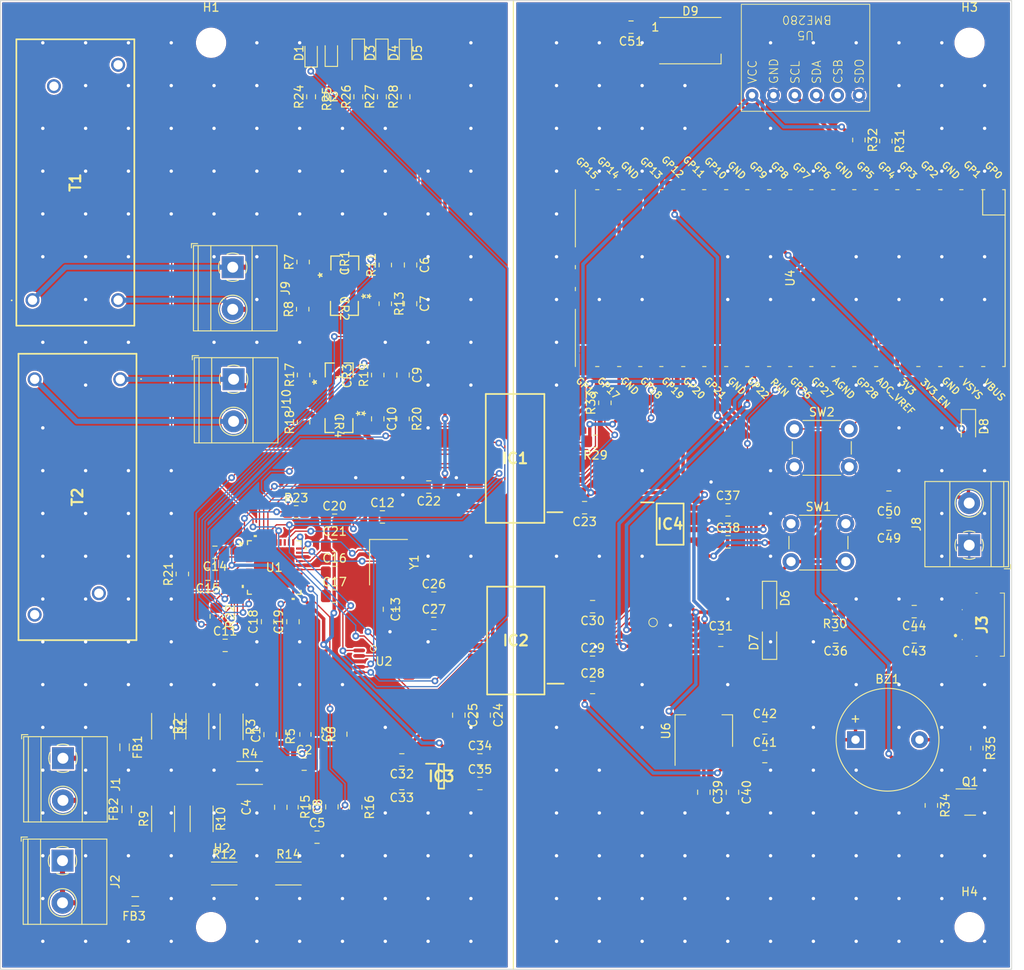
<source format=kicad_pcb>
(kicad_pcb (version 20221018) (generator pcbnew)
  (layers (0 "F.Cu" signal) (31 "B.Cu" signal) (34 "B.Paste" user) (35 "F.Paste" user) (36 "B.SilkS" user "B.Silkscreen") (37 "F.SilkS" user "F.Silkscreen") (38 "B.Mask" user) (39 "F.Mask" user) (44 "Edge.Cuts" user))
  (net 0 "")
  (net 1 "VAP")
  (net 2 "GND")
  (net 3 "VAN")
  (net 4 "VBP")
  (net 5 "VBN")
  (net 6 "IAP")
  (net 7 "IAN")
  (net 8 "IBP")
  (net 9 "IBN")
  (net 10 "RESET_ADE")
  (net 11 "Net-(U1-CLKOUT)")
  (net 12 "Net-(U1-CLKIN)")
  (net 13 "DVDDOUT")
  (net 14 "AVDDOUT")
  (net 15 "REF")
  (net 16 "+3V3_ISO")
  (net 17 "+3V3_ADE")
  (net 18 "+5V_ADE")
  (net 19 "+5V_PICO")
  (net 20 "GNDA")
  (net 21 "IRQ0_ADE")
  (net 22 "Net-(D1-A)")
  (net 23 "IQR1_ADE")
  (net 24 "Net-(D2-A)")
  (net 25 "Net-(D3-A)")
  (net 26 "Net-(D4-A)")
  (net 27 "Net-(D5-A)")
  (net 28 "Net-(FB1-Pad1)")
  (net 29 "VA")
  (net 30 "Net-(FB2-Pad1)")
  (net 31 "VB")
  (net 32 "EARTH")
  (net 33 "SCLK_ISO")
  (net 34 "MOSI_ISO")
  (net 35 "MISO_ISO")
  (net 36 "SS_ISO")
  (net 37 "PM1_ISO")
  (net 38 "RESET_ISO")
  (net 40 "PM1_ADE")
  (net 41 "SS_ADE")
  (net 42 "MISO_ADE")
  (net 43 "MOSI_ADE")
  (net 44 "SCLK_ADE")
  (net 45 "Net-(IC2-VOA)")
  (net 46 "Net-(IC2-VOB)")
  (net 47 "Net-(IC2-VOC)")
  (net 48 "Net-(IC2-VOD)")
  (net 49 "Net-(IC2-VID)")
  (net 50 "Net-(IC2-VIC)")
  (net 51 "Net-(IC2-VIB)")
  (net 52 "Net-(IC2-VIA)")
  (net 54 "Net-(R1-Pad2)")
  (net 55 "Net-(R2-Pad2)")
  (net 56 "Net-(R3-Pad2)")
  (net 57 "Net-(R10-Pad1)")
  (net 58 "Net-(R10-Pad2)")
  (net 59 "Net-(R12-Pad2)")
  (net 60 "ZX_ADE")
  (net 61 "DREADY_ADE")
  (net 66 "IRQ1_ADE")
  (net 67 "ZX_ISO")
  (net 68 "DREADY_ISO")
  (net 69 "IRQ1_ISO")
  (net 70 "IRQ0_ISO")
  (net 79 "CF1_ADE")
  (net 80 "CF2_ADE")
  (net 81 "Net-(D6-K)")
  (net 82 "RESET_PICO")
  (net 83 "SDA_PICO")
  (net 84 "SCL_PICO")
  (net 85 "Net-(D8-K)")
  (net 93 "Net-(BZ1--)")
  (net 95 "unconnected-(U4-GPIO11-Pad15)")
  (net 96 "unconnected-(U4-GPIO15-Pad20)")
  (net 98 "WS_LED")
  (net 104 "BUZZER")
  (net 105 "Net-(Q1-D)")
  (net 106 "Net-(J9-Pin_1)")
  (net 107 "Net-(J9-Pin_2)")
  (net 108 "Net-(J10-Pin_1)")
  (net 109 "Net-(J10-Pin_2)")
  (net 110 "Net-(U4-GPIO28_ADC2)")
  (footprint "Capacitor_SMD:C_0805_2012Metric_Pad1.18x1.45mm_HandSolder" (layer "F.Cu") (at 63.7851 89.749937)
    (fp_text reference "C17")
    (fp_text value "4.7u")
  )
  (footprint "Resistor_SMD:R_0805_2012Metric_Pad1.20x1.40mm_HandSolder" (layer "F.Cu") (at 123.155 91.39 180)
    (fp_text reference "R30")
    (fp_text value "10k")
  )
  (footprint "Capacitor_SMD:C_0805_2012Metric_Pad1.18x1.45mm_HandSolder" (layer "F.Cu") (at 72.8 55.0375 -90)
    (fp_text reference "C7")
    (fp_text value "0.022u")
  )
  (footprint "Capacitor_SMD:C_0805_2012Metric_Pad1.18x1.45mm_HandSolder" (layer "F.Cu") (at 74.9625 76.8 180)
    (fp_text reference "C22")
    (fp_text value "0.1u")
  )
  (footprint "Resistor_SMD:R_0805_2012Metric_Pad1.20x1.40mm_HandSolder" (layer "F.Cu") (at 60.105 63.5 90)
    (fp_text reference "R17")
    (fp_text value "40.2")
  )
  (footprint "Resistor_SMD:R_0805_2012Metric_Pad1.20x1.40mm_HandSolder" (layer "F.Cu") (at 94.742 71.374 180)
    (fp_text reference "R29")
    (fp_text value "10k")
  )
  (footprint "Capacitor_SMD:C_0805_2012Metric_Pad1.18x1.45mm_HandSolder" (layer "F.Cu") (at 81.0375 109.2)
    (fp_text reference "C34")
    (fp_text value "10u")
  )
  (footprint "Capacitor_SMD:C_0805_2012Metric_Pad1.18x1.45mm_HandSolder" (layer "F.Cu") (at 81.534 103.886 -90)
    (fp_text reference "C24")
    (fp_text value "0.1u")
  )
  (footprint "Resistor_SMD:R_2010_5025Metric_Pad1.40x2.65mm_HandSolder" (layer "F.Cu") (at 53.708 110.744)
    (fp_text reference "R4")
    (fp_text value "200k")
  )
  (footprint "Resistor_SMD:R_0805_2012Metric_Pad1.20x1.40mm_HandSolder" (layer "F.Cu") (at 126 35.6 -90)
    (fp_text reference "R32")
    (fp_text value "10k")
  )
  (footprint "Diode_SMD:D_SOD-323_HandSoldering" (layer "F.Cu") (at 115.4 95.25 90)
    (fp_text reference "D7")
    (fp_text value "D_Schottky")
  )
  (footprint "Resistor_SMD:R_0805_2012Metric_Pad1.20x1.40mm_HandSolder" (layer "F.Cu") (at 69.8 55.0375 -90)
    (fp_text reference "R13")
    (fp_text value "1k")
  )
  (footprint "Capacitor_SMD:C_0805_2012Metric_Pad1.18x1.45mm_HandSolder" (layer "F.Cu") (at 55.8352 92.787437 90)
    (fp_text reference "C18")
    (fp_text value "0.1u")
  )
  (footprint "MMBD4148SE:SOT-23TO-236_318-AT_OSI" (layer "F.Cu") (at 64.327999 62.9 90)
    (fp_text reference "CR3")
    (fp_text value "MMBD4148SE" hide)
  )
  (footprint "Capacitor_SMD:C_0805_2012Metric_Pad1.18x1.45mm_HandSolder" (layer "F.Cu") (at 63.7851 80.739937)
    (fp_text reference "C20")
    (fp_text value "0.1u")
  )
  (footprint "TerminalBlock_Phoenix:TerminalBlock_Phoenix_MKDS-1,5-2_1x02_P5.00mm_Horizontal" (layer "F.Cu") (at 139.0906 83.7038 90)
    (fp_text reference "J8")
    (fp_text value "5V_SMPS")
  )
  (footprint "T60404E4626X502:T60404E4626X502" (layer "F.Cu") (at 27.94 54.61 90)
    (fp_text reference "T1")
    (fp_text value "IA_in" hide)
  )
  (footprint "Resistor_SMD:R_0603_1608Metric_Pad0.98x0.95mm_HandSolder" (layer "F.Cu") (at 69.4 30.4625 90)
    (fp_text reference "R27")
    (fp_text value "3k")
  )
  (footprint "MountingHole:MountingHole_3.2mm_M3" (layer "F.Cu") (at 139.13 24.05)
    (fp_text reference "H3")
    (fp_text value "MountingHole")
  )
  (footprint "Capacitor_SMD:C_0805_2012Metric_Pad1.18x1.45mm_HandSolder" (layer "F.Cu") (at 57.404 114.824 90)
    (fp_text reference "C4")
    (fp_text value "0.022u")
  )
  (footprint "LED_SMD:LED_0603_1608Metric_Pad1.05x0.95mm_HandSolder" (layer "F.Cu") (at 69.4 25.275 -90)
    (fp_text reference "D4")
    (fp_text value "LED")
  )
  (footprint "Crystal:Crystal_SMD_3225-4Pin_3.2x2.5mm_HandSoldering" (layer "F.Cu") (at 70.1851 85.724937 -90)
    (fp_text reference "Y1")
    (fp_text value "Crystal_GND24")
  )
  (footprint "Capacitor_SMD:C_0805_2012Metric_Pad1.18x1.45mm_HandSolder" (layer "F.Cu") (at 75.5625 89.99)
    (fp_text reference "C26")
    (fp_text value "0.1u")
  )
  (footprint "Capacitor_SMD:C_0805_2012Metric_Pad1.18x1.45mm_HandSolder" (layer "F.Cu") (at 132.5625 94.6 180)
    (fp_text reference "C43")
    (fp_text value "22u")
  )
  (footprint "BME280_beakout:BME_breakout" (layer "F.Cu") (at 119.67 25.2 90)
    (fp_text reference "U5")
    (fp_text value "BME280")
  )
  (footprint "Resistor_SMD:R_2010_5025Metric_Pad1.40x2.65mm_HandSolder" (layer "F.Cu") (at 50.686 122.682)
    (fp_text reference "R12")
    (fp_text value "200k")
  )
  (footprint "24LC32A_SN:SOIC127P600X175-8N" (layer "F.Cu") (at 103.6 81.2)
    (fp_text reference "IC4")
    (fp_text value "24LC32A_SN" hide)
  )
  (footprint "T60404E4626X502:T60404E4626X502" (layer "F.Cu") (at 38.354 64.008 -90)
    (fp_text reference "T2")
    (fp_text value "IB_in" hide)
  )
  (footprint "Resistor_SMD:R_0805_2012Metric_Pad1.20x1.40mm_HandSolder" (layer "F.Cu") (at 58.928 106.172 -90)
    (fp_text reference "R5")
    (fp_text value "1k")
  )
  (footprint "MMBD4148SE:SOT-23TO-236_318-AT_OSI" (layer "F.Cu") (at 64.305 69.5 -90)
    (fp_text reference "CR4")
    (fp_text value "MMBD4148SE")
  )
  (footprint "Resistor_SMD:R_0805_2012Metric_Pad1.20x1.40mm_HandSolder" (layer "F.Cu") (at 140 107.8 -90)
    (fp_text reference "R35")
    (fp_text value "1k")
  )
  (footprint "Capacitor_SMD:C_0805_2012Metric_Pad1.18x1.45mm_HandSolder" (layer "F.Cu") (at 71.7625 112 180)
    (fp_text reference "C33")
    (fp_text value "0.1u")
  )
  (footprint "Resistor_SMD:R_0603_1608Metric_Pad0.98x0.95mm_HandSolder" (layer "F.Cu") (at 66.6 30.4625 90)
    (fp_text reference "R26")
    (fp_text value "3K")
  )
  (footprint "Capacitor_SMD:C_0805_2012Metric_Pad1.18x1.45mm_HandSolder" (layer "F.Cu") (at 107.6 113.0375 -90)
    (fp_text reference "C39")
    (fp_text value "0.1u")
  )
  (footprint "Capacitor_SMD:C_0805_2012Metric_Pad1.18x1.45mm_HandSolder" (layer "F.Cu") (at 63.464 114.7705 90)
    (fp_text reference "C8")
    (fp_text value "0.022u")
  )
  (footprint "Capacitor_SMD:C_0805_2012Metric_Pad1.18x1.45mm_HandSolder" (layer "F.Cu") (at 114.8375 105.4)
    (fp_text reference "C42")
    (fp_text value "10u")
  )
  (footprint "Capacitor_SMD:C_0805_2012Metric_Pad1.18x1.45mm_HandSolder" (layer "F.Cu") (at 94.4 91 180)
    (fp_text reference "C30")
    (fp_text value "0.1u")
  )
  (footprint "Capacitor_SMD:C_0805_2012Metric_Pad1.18x1.45mm_HandSolder" (layer "F.Cu") (at 75.5625 93)
    (fp_text reference "C27")
    (fp_text value "10u")
  )
  (footprint "ADE9000:ADE9000ACPZ_ADI" (layer "F.Cu") (at 56.6226 86.349937)
    (fp_text reference "U1")
    (fp_text value "ADE9000ACPZ")
  )
  (footprint "Resistor_SMD:R_0805_2012Metric_Pad1.20x1.40mm_HandSolder" (layer "F.Cu") (at 69.8 50.4375 90)
    (fp_text reference "R11")
    (fp_text value "1k")
  )
  (footprint "Resistor_SMD:R_0805_2012Metric_Pad1.20x1.40mm_HandSolder" (layer "F.Cu") (at 66.294 114.808 -90)
    (fp_text reference "R16")
    (fp_text value "1k")
  )
  (footprint "Capacitor_SMD:C_0805_2012Metric_Pad1.18x1.45mm_HandSolder" (layer "F.Cu") (at 110.4685 79.512)
    (fp_text reference "C37")
    (fp_text value "4.7u")
  )
  (footprint "LED_SMD:LED_WS2812B_PLCC4_5.0x5.0mm_P3.2mm" (layer "F.Cu") (at 106 23.8)
    (fp_text reference "D9")
    (fp_text value "WS2812B")
  )
  (footprint "Capacitor_SMD:C_0805_2012Metric_Pad1.18x1.45mm_HandSolder" (layer "F.Cu") (at 63.7851 86.949937)
    (fp_text reference "C16")
    (fp_text value "0.1u")
  )
  (footprint "Resistor_SMD:R_0805_2012Metric_Pad1.20x1.40mm_HandSolder" (layer "F.Cu") (at 60.105 69.1 90)
    (fp_text reference "R18")
    (fp_text value "40.2")
  )
  (footprint "Diode_SMD:D_SOD-323_HandSoldering" (layer "F.Cu") (at 115.4 90 -90)
    (fp_text reference "D6")
    (fp_text value "D_Schottky")
  )
  (footprint "Resistor_SMD:R_2010_5025Metric_Pad1.40x2.65mm_HandSolder" (layer "F.Cu") (at 58.306 122.682)
    (fp_text reference "R14")
    (fp_text value "200k")
  )
  (footprint "Resistor_SMD:R_0805_2012Metric_Pad1.20x1.40mm_HandSolder" (layer "F.Cu") (at 129.2 35.725 -90)
    (fp_text reference "R31")
    (fp_text value "10k")
  )
  (footprint "Resistor_SMD:R_0805_2012Metric_Pad1.20x1.40mm_HandSolder" (layer "F.Cu") (at 134.6 114.6 -90)
    (fp_text reference "R34")
    (fp_text value "10k")
  )
  (footprint "Capacitor_SMD:C_0805_2012Metric_Pad1.18x1.45mm_HandSolder" (layer "F.Cu") (at 58.8452 92.787437 90)
    (fp_text reference "C19")
    (fp_text value "4.7u")
  )
  (footprint "RPi_Pico:RPi_PicoW_SMD" (layer "F.Cu") (at 117.856 51.9938 -90)
    (fp_text reference "U4")
    (fp_text value "Pico_SMD_NODEBUG" hide)
  )
  (footprint "MountingHole:MountingHole_3.2mm_M3" (layer "F.Cu") (at 139.13 129.05)
    (fp_text reference "H4")
    (fp_text value "MountingHole")
  )
  (footprint "Capacitor_SMD:C_0805_2012Metric_Pad1.18x1.45mm_HandSolder" (layer "F.Cu") (at 61.7005 118.364)
    (fp_text reference "C5")
    (fp_text value "51p")
  )
  (footprint "LED_SMD:LED_0603_1608Metric_Pad1.05x0.95mm_HandSolder" (layer "F.Cu") (at 66.6 25.275 -90)
    (fp_text reference "D3")
    (fp_text value "LED")
  )
  (footprint "SN74LV:PW0014A_N" (layer "F.Cu") (at 102.850001 94.4)
    (fp_text reference "U3" hide)
    (fp_text value "SN74LV4T125PWR")
  )
  (footprint "MMBD4148SE:SOT-23TO-236_318-AT_OSI" (layer "F.Cu") (at 65 50.2 90)
    (fp_text reference "CR1")
    (fp_text value "MMBD4148SE" hide)
  )
  (footprint "Diode_SMD:D_SOD-323_HandSoldering" (layer "F.Cu") (at 139 69.6 -90)
    (fp_text reference "D8")
    (fp_text value "D_Schottky")
  )
  (footprint "Button_Switch_THT:SW_PUSH_6mm" (layer "F.Cu") (at 118.35 69.9)
    (fp_text reference "SW2")
    (fp_text value "SW_Push")
  )
  (footprint "Resistor_SMD:R_0603_1608Metric_Pad0.98x0.95mm_HandSolder" (layer "F.Cu") (at 72.2 30.4625 90)
    (fp_text reference "R28")
    (fp_text value "3k")
  )
  (footprint "Capacitor_SMD:C_0805_2012Metric_Pad1.18x1.45mm_HandSolder" (layer "F.Cu") (at 71.7625 109.2 180)
    (fp_text reference "C32")
    (fp_text value "10u")
  )
  (footprint "Resistor_SMD:R_0805_2012Metric_Pad1.20x1.40mm_HandSolder" (layer "F.Cu") (at 60.05 50.08255 90)
    (fp_text reference "R7")
    (fp_text value "40.2")
  )
  (footprint "Capacitor_SMD:C_0805_2012Metric_Pad1.18x1.45mm_HandSolder" (layer "F.Cu") (at 48.7465 87.149937 180)
    (fp_text reference "C15")
    (fp_text value "4.7u")
  )
  (footprint "Resistor_SMD:R_0805_2012Metric_Pad1.20x1.40mm_HandSolder" (layer "F.Cu") (at 60 55.68255 90)
    (fp_text reference "R8")
    (fp_text value "40.2")
  )
  (footprint "Resistor_SMD:R_2010_5025Metric_Pad1.40x2.65mm_HandSolder" (layer "F.Cu") (at 48.006 116.192 -90)
    (fp_text reference "R10")
    (fp_text value "200k")
  )
  (footprint "Capacitor_SMD:C_0805_2012Metric_Pad1.18x1.45mm_HandSolder" (layer "F.Cu") (at 94.4 100.6)
    (fp_text reference "C28")
    (fp_text value "0.1u")
  )
  (footprint "Capacitor_SMD:C_0805_2012Metric_Pad1.18x1.45mm_HandSolder" (layer "F.Cu") (at 68.905 68.7 -90)
    (fp_text reference "C10")
    (fp_text value "0.022u")
  )
  (footprint "MMBD4148SE:SOT-23TO-236_318-AT_OSI" (layer "F.Cu") (at 64.950001 55.58745 -90)
    (fp_text reference "CR2")
    (fp_text value "MMBD4148SE" hide)
  )
  (footprint "Resistor_SMD:R_0805_2012Metric_Pad1.20x1.40mm_HandSolder" (layer "F.Cu") (at 95.8596 66.802 90)
    (fp_text reference "R33")
    (fp_text value "10k")
  )
  (footprint "Capacitor_SMD:C_0805_2012Metric_Pad1.18x1.45mm_HandSolder" (layer "F.Cu") (at 123.2375 94.6 180)
    (fp_text reference "C36")
    (fp_text value "1u")
  )
  (footprint "Resistor_SMD:R_0603_1608Metric_Pad0.98x0.95mm_HandSolder" (layer "F.Cu") (at 63.4 30.4625 90)
    (fp_text reference "R25")
    (fp_text value "3K")
  )
  (footprint "Capacitor_SMD:C_0805_2012Metric_Pad1.18x1.45mm_HandSolder" (layer "F.Cu") (at 60.1765 109.7015)
    (fp_text reference "C2")
    (fp_text value "51p")
  )
  (footprint "Resistor_SMD:R_0805_2012Metric_Pad1.20x1.40mm_HandSolder" (layer "F.Cu") (at 71.905 68.7 -90)
    (fp_text reference "R20")
    (fp_text value "1k")
  )
  (footprint "ADUM4151BRIZ:SOIC127P1031X264-20N" (layer "F.Cu") (at 85.2 73.4 180)
    (fp_text reference "IC1")
    (fp_text value "ADUM4151BRIZ" hide)
  )
  (footprint "Capacitor_SMD:C_0805_2012Metric_Pad1.18x1.45mm_HandSolder" (layer "F.Cu") (at 64.516 106.1455 90)
    (fp_text reference "C3")
    (fp_text value "0.022u")
  )
  (footprint "ADP122AUJZ-3.3-R7:SOT95P280X100-5N" (layer "F.Cu") (at 76.45 111.15)
    (fp_text reference "IC3")
    (fp_text value "ADP122AUJZ-3.3-R7" hide)
  )
  (footprint "Resistor_SMD:R_2010_5025Metric_Pad1.40x2.65mm_HandSolder" (layer "F.Cu") (at 47.498 105.2 90)
    (fp_text reference "R2")
    (fp_text value "200k")
  )
  (footprint "MountingHole:MountingHole_3.2mm_M3" (layer "F.Cu") (at 49.13 129.05)
    (fp_text reference "H2")
    (fp_text value "MountingHole")
  )
  (footprint "Resistor_SMD:R_0805_2012Metric_Pad1.20x1.40mm_HandSolder" (layer "F.Cu") (at 45.72 87.122 90)
    (fp_text reference "R21")
    (fp_text value "10K")
  )
  (footprint "Capacitor_SMD:C_0805_2012Metric_Pad1.18x1.45mm_HandSolder" (layer "F.Cu") (at 71.905 63.5 -90)
    (fp_text reference "C9")
    (fp_text value "0.022u")
  )
  (footprint "Resistor_SMD:R_0805_2012Metric_Pad1.20x1.40mm_HandSolder" (layer "F.Cu") (at 68.905 63.5 90)
    (fp_text reference "R19")
    (fp_text value "1k")
  )
  (footprint "Inductor_SMD:L_0805_2012Metric_Pad1.05x1.20mm_HandSolder" (layer "F.Cu") (at 38.862 107.696 -90)
    (fp_text reference "FB1")
    (fp_text value "FerriteBead")
  )
  (footprint "TerminalBlock_Phoenix:TerminalBlock_Phoenix_MKDS-1,5-2_1x02_P5.00mm_Horizontal" (layer "F.Cu") (at 31.5466 109 -90)
    (fp_text reference "J1")
    (fp_text value "Screw_Terminal_01x02")
  )
  (footprint "Capacitor_SMD:C_0805_2012Metric_Pad1.18x1.45mm_HandSolder" (layer "F.Cu") (at 50.8 95.6)
    (fp_text reference "C11")
    (fp_text value "1u")
  )
  (footprint "SN74LV:PW0014A_N" (layer "F.Cu") (at 69.650001 97.5)
    (fp_text reference "U2")
    (fp_text value "SN74LV4T125PWR")
  )
  (footprint "TerminalBlock_Phoenix:TerminalBlock_Phoenix_MKDS-1,5-2_1x02_P5.00mm_Horizontal" (layer "F.Cu") (at 51.8 64 -90)
    (fp_text reference "J10")
    (fp_text value "IB_in")
  )
  (footprint "Capacitor_SMD:C_0805_2012Metric_Pad1.18x1.45mm_HandSolder" (layer "F.Cu") (at 94.4 97.6)
    (fp_text reference "C29")
    (fp_text value "10u")
  )
  (footprint "Package_TO_SOT_SMD:SOT-23" (layer "F.Cu") (at 139.2 114.2)
    (fp_text reference "Q1")
    (fp_text value "Q_NMOS_SGD")
  )
  (footprint "Inductor_SMD:L_0805_2012Metric_Pad1.05x1.20mm_HandSolder" (layer "F.Cu") (at 40.132 125.984 180)
    (fp_text reference "FB3")
    (fp_text value "FerriteBead")
  )
  (footprint "Capacitor_SMD:C_0805_2012Metric_Pad1.18x1.45mm_HandSolder" (layer "F.Cu") (at 49.5851 84.549937 180)
    (fp_text reference "C14")
    (fp_text value "0.1u")
  )
  (footprint "microUSB:ZX62AB5PA31" (layer "F.Cu") (at 140.6128 93.1356 90)
    (fp_text reference "J3")
    (fp_text value "MicroUSB" hide)
  )
  (footprint "Capacitor_SMD:C_0805_2012Metric_Pad1.18x1.45mm_HandSolder" (layer "F.Cu") (at 111 113.0375 -90)
    (fp_text reference "C40")
    (fp_text value "10u")
  )
  (footprint "Capacitor_SMD:C_0805_2012Metric_Pad1.18x1.45mm_HandSolder" (layer "F.Cu") (at 56.134 106.1935 90)
    (fp_text reference "C1")
    (fp_text value "0.022u")
  )
  (footprint "TerminalBlock_Phoenix:TerminalBlock_Phoenix_MKDS-1,5-2_1x02_P5.00mm_Horizontal" (layer "F.Cu") (at 31.496 121.158 -90)
    (fp_text reference "J2")
    (fp_text value "Screw_Terminal_01x02")
  )
  (footprint "Inductor_SMD:L_0805_2012Metric_Pad1.05x1.20mm_HandSolder" (layer "F.Cu") (at 39.116 115.062 90)
    (fp_text reference "FB2")
    (fp_text value "FerriteBead")
  )
  (footprint "Capacitor_SMD:C_0805_2012Metric_Pad1.18x1.45mm_HandSolder" (layer "F.Cu") (at 81.0375 112)
    (fp_text reference "C35")
    (fp_text value "0.1u")
  )
  (footprint "Resistor_SMD:R_2010_5025Metric_Pad1.40x2.65mm_HandSolder" (layer "F.Cu") (at 43.434 116.192 90)
    (fp_text reference "R9")
    (fp_text value "200k")
  )
  (footprint "MountingHole:MountingHole_3.2mm_M3" (layer "F.Cu") (at 49.13 24.05)
    (fp_text reference "H1")
    (fp_text value "MountingHole")
  )
  (footprint "LED_SMD:LED_0603_1608Metric_Pad1.05x0.95mm_HandSolder" (layer "F.Cu") (at 63.4 25.2 90)
    (fp_text reference "D2")
    (fp_text value "LED")
  )
  (footprint "Capacitor_SMD:C_0805_2012Metric_Pad1.18x1.45mm_HandSolder" (layer "F.Cu") (at 114.8375 108.8)
    (fp_text reference "C41")
    (fp_text value "0.1u")
  )
  (footprint "Capacitor_SMD:C_0805_2012Metric_Pad1.18x1.45mm_HandSolder" (layer "F.Cu") (at 129.5625 81.2 180)
    (fp_text reference "C49")
    (fp_text value "0.1u")
  )
  (footprint "Capacitor_SMD:C_0805_2012Metric_Pad1.18x1.45mm_HandSolder" (layer "F.Cu") (at 93.4505 79.248 180)
    (fp_text reference "C23")
    (fp_text value "0.1u")
  )
  (footprint "Resistor_SMD:R_0805_2012Metric_Pad1.20x1.40mm_HandSolder" (layer "F.Cu") (at 61.718 106.172 -90)
    (fp_text reference "R6")
    (fp_text value "1k")
  )
  (footprint "Capacitor_SMD:C_0805_2012Metric_Pad1.18x1.45mm_HandSolder" (layer "F.Cu") (at 69.4601 80.349937)
    (fp_text reference "C12")
    (fp_text value "18p")
  )
  (footprint "Button_Switch_THT:SW_PUSH_6mm" (layer "F.Cu") (at 117.95 81.15)
    (fp_text reference "SW1")
    (fp_text value "SW_Push")
  )
  (footprint "Buzzer_Beeper:Buzzer_12x9.5RM7.6" (layer "F.Cu") (at 125.6 106.8)
    (fp_text reference "BZ1")
    (fp_text value "Buzzer")
  )
  (footprint "Capacitor_SMD:C_0805_2012Metric_Pad1.18x1.45mm_HandSolder" (layer "F.Cu") (at 78.524 103.886 -90)
    (fp_text reference "C25")
    (fp_text value "10u")
  )
  (footprint "Resistor_SMD:R_2010_5025Metric_Pad1.40x2.65mm_HandSolder" (layer "F.Cu") (at 43.434 105.2 -90)
    (fp_text reference "R1")
    (fp_text value "200k")
  )
  (footprint "Capacitor_SMD:C_0805_2012Metric_Pad1.18x1.45mm_HandSolder" (layer "F.Cu") (at 110.4685 83.312)
    (fp_text reference "C38")
    (fp_text value "0.1u")
  )
  (footprint "TerminalBlock_Phoenix:TerminalBlock_Phoenix_MKDS-1,5-2_1x02_P5.00mm_Horizontal" (layer "F.Cu") (at 51.695 50.7 -90)
    (fp_text reference "J9")
    (fp_text value "IA_in")
  )
  (footprint "Capacitor_SMD:C_0805_2012Metric_Pad1.18x1.45mm_HandSolder" (layer "F.Cu") (at 70.2976 91.312437 -90)
    (fp_text reference "C13")
    (fp_text value "18p")
  )
  (footprint "Capacitor_SMD:C_0805_2012Metric_Pad1.18x1.45mm_HandSolder" (layer "F.Cu") (at 109.612501 95)
    (fp_text reference "C31")
    (fp_text value "0.1u")
  )
  (footprint "Resistor_SMD:R_0805_2012Metric_Pad1.20x1.40mm_HandSolder" (layer "F.Cu") (at 49.7476 92.149937 -90)
    (fp_text reference "R22")
    (fp_text value "10k")
  )
  (footprint "Capacitor_SMD:C_0805_2012Metric_Pad1.18x1.45mm_HandSolder" (layer "F.Cu") (at 98.9625 22.2 180)
    (fp_text reference "C51")
    (fp_text value "0.1u")
  )
  (footprint "Capacitor_SMD:C_0805_2012Metric_Pad1.18x1.45mm_HandSolder" (layer "F.Cu") (at 132.5625 91.59 180)
    (fp_text reference "C44")
    (fp_text value "0.1u")
  )
  (footprint "Resistor_SMD:R_0603_1608Metric_Pad0.98x0.95mm_HandSolder" (layer "F.Cu") (at 61 30.4625 90)
    (fp_text reference "R24")
    (fp_text value "3K")
  )
  (footprint "Capacitor_SMD:C_0805_2012Metric_Pad1.18x1.45mm_HandSolder" (layer "F.Cu") (at 72.8 50.4375 -90)
    (fp_text reference "C6")
    (fp_text value "0.022u")
  )
  (footprint "Resistor_SMD:R_0805_2012Metric_Pad1.20x1.40mm_HandSolder" (layer "F.Cu") (at 60.198 114.808 -90)
    (fp_text reference "R15")
    (fp_text value "1k")
  )
  (footprint "Resistor_SMD:R_0805_2012Metric_Pad1.20x1.40mm_HandSolder" (layer "F.Cu") (at 59.2226 79.749937)
    (fp_text reference "R23")
    (fp_text value "10k")
  )
  (footprint "ADUM6404ARIZ:SOIC127P1032X265-16N" (layer "F.Cu") (at 85.288 95.025 180)
    (fp_text reference "IC2")
    (fp_text value "ADUM6404ARIZ" hide)
  )
  (footprint "Capacitor_SMD:C_0805_2012Metric_Pad1.18x1.45mm_HandSolder" (layer "F.Cu") (at 63.7851 83.749937)
    (fp_text reference "C21")
    (fp_text value "10u")
  )
  (footprint "LED_SMD:LED_0603_1608Metric_Pad1.05x0.95mm_HandSolder" (layer "F.Cu") (at 72.2 25.275 -90)
    (fp_text reference "D5")
    (fp_text value "LED")
  )
  (footprint "Package_TO_SOT_SMD:SOT-223-3_TabPin2" (layer "F.Cu") (at 107.6 105.75 90)
    (fp_text reference "U6")
    (fp_text value "AMS1117-3.3")
  )
  (footprint "Capacitor_SMD:C_0805_2012Metric_Pad1.18x1.45mm_HandSolder" (layer "F.Cu") (at 129.5625 78 180)
    (fp_text reference "C50")
    (fp_text value "22u")
  )
  (footprint "Resistor_SMD:R_2010_5025Metric_Pad1.40x2.65mm_HandSolder" (layer "F.Cu") (at 51.562 105.27 -90)
    (fp_text reference "R3")
    (fp_text value "200k")
  )
  (footprint "LED_SMD:LED_0603_1608Metric_Pad1.05x0.95mm_HandSolder" (layer "F.Cu") (at 61 25.275 90)
    (fp_text reference "D1")
    (fp_text value "LED")
  )
  (gr_line (start 85 19.05) (end 85 134.05) (stroke (width 0.15)) (layer "F.SilkS"))
  (gr_rect (start 24.13 19.05) (end 144.13 134.05) (stroke (width 0.1)) (fill none) (layer "Edge.Cuts"))
  (segment (start 60.452 91.549666) (end 58.873167 89.970833) (width 0.1524) (layer "F.Cu") (net 1))
  (segment (start 58.928 109.4905) (end 59.139 109.7015) (width 0.6096) (layer "F.Cu") (net 1))
  (segment (start 58.928 107.172) (end 58.928 109.4905) (width 0.6096) (layer "F.Cu") (net 1))
  (segment (start 59.452 107.172) (end 60.452 106.172) (width 0.1524) (layer "F.Cu") (net 1))
  (segment (start 58.869 107.231) (end 58.928 107.172) (width 0.6096) (layer "F.Cu") (net 1))
  (segment (start 58.873167 89.970833) (end 58.873167 89.321737) (width 0.1524) (layer "F.Cu") (net 1))
  (segment (start 60.452 106.172) (end 60.452 91.549666) (width 0.1524) (layer "F.Cu") (net 1))
  (segment (start 56.134 107.231) (end 58.869 107.231) (width 0.6096) (layer "F.Cu") (net 1))
  (segment (start 56.134 110.718) (end 56.108 110.744) (width 0.6096) (layer "F.Cu") (net 1))
  (segment (start 56.134 107.231) (end 56.134 110.718) (width 0.6096) (layer "F.Cu") (net 1))
  (segment (start 58.928 107.172) (end 59.452 107.172) (width 0.1524) (layer "F.Cu") (net 1))
  (via (at 74.88 49.455) (size 0.8) (drill 0.4) (layers "F.Cu" "B.Cu") (net 2))
  (via (at 74.88 44.375) (size 0.8) (drill 0.4) (layers "F.Cu" "B.Cu") (net 2))
  (via (at 59.64 39.295) (size 0.8) (drill 0.4) (layers "F.Cu" "B.Cu") (net 2))
  (via (at 54.56 49.455) (size 0.8) (drill 0.4) (layers "F.Cu" "B.Cu") (net 2))
  (via (at 34.24 85.015) (size 0.8) (drill 0.4) (layers "F.Cu" "B.Cu") (net 2))
  (via (at 39.32 44.375) (size 0.8) (drill 0.4) (layers "F.Cu" "B.Cu") (net 2))
  (via (at 74.88 130.735) (size 0.8) (drill 0.4) (layers "F.Cu" "B.Cu") (net 2))
  (via (at 69.8 115.495) (size 0.8) (drill 0.4) (layers "F.Cu" "B.Cu") (net 2))
  (via (at 29.16 110.415) (size 0.8) (drill 0.4) (layers "F.Cu" "B.Cu") (net 2))
  (via (at 34.24 120.575) (size 0.8) (drill 0.4) (layers "F.Cu" "B.Cu") (net 2))
  (via (at 59.64 34.215) (size 0.8) (drill 0.4) (layers "F.Cu" "B.Cu") (net 2))
  (via (at 79.96 34.215) (size 0.8) (drill 0.4) (layers "F.Cu" "B.Cu") (net 2))
  (via (at 59.64 125.655) (size 0.8) (drill 0.4) (layers "F.Cu" "B.Cu") (net 2))
  (via (at 29.16 24.055) (size 0.8) (drill 0.4) (layers "F.Cu" "B.Cu") (net 2))
  (via (at 69.8 34.215) (size 0.8) (drill 0.4) (layers "F.Cu" "B.Cu") (net 2))
  (via (at 39.32 95.175) (size 0.8) (drill 0.4) (layers "F.Cu" "B.Cu") (net 2))
  (via (at 29.16 90.095) (size 0.8) (drill 0.4) (layers "F.Cu" "B.Cu") (net 2))
  (via (at 39.32 85.015) (size 0.8) (drill 0.4) (layers "F.Cu" "B.Cu") (net 2))
  (via (at 74.88 59.615) (size 0.8) (drill 0.4) (layers "F.Cu" "B.Cu") (net 2))
  (via (at 39.32 130.735) (size 0.8) (drill 0.4) (layers "F.Cu" "B.Cu") (net 2))
  (via (at 39.32 74.855) (size 0.8) (drill 0.4) (layers "F.Cu" "B.Cu") (net 2))
  (via (at 44.4 24.055) (size 0.8) (drill 0.4) (layers "F.Cu" "B.Cu") (net 2))
  (via (at 79.96 24.055) (size 0.8) (drill 0.4) (layers "F.Cu" "B.Cu") (net 2))
  (via (at 64.72 130.735) (size 0.8) (drill 0.4) (layers "F.Cu" "B.Cu") (net 2))
  (via (at 39.32 49.455) (size 0.8) (drill 0.4) (layers "F.Cu" "B.Cu") (net 2))
  (via (at 69.8 105.335) (size 0.8) (drill 0.4) (layers "F.Cu" "B.Cu") (net 2))
  (via (at 59.64 59.615) (size 0.8) (drill 0.4) (layers "F.Cu" "B.Cu") (net 2))
  (via (at 79.96 120.575) (size 0.8) (drill 0.4) (layers "F.Cu" "B.Cu") (net 2))
  (via (at 59.64 120.575) (size 0.8) (drill 0.4) (layers "F.Cu" "B.Cu") (net 2))
  (via (at 54.56 44.375) (size 0.8) (drill 0.4) (layers "F.Cu" "B.Cu") (net 2))
  (via (at 44.4 39.295) (size 0.8) (drill 0.4) (layers "F.Cu" "B.Cu") (net 2))
  (via (at 29.16 74.855) (size 0.8) (drill 0.4) (layers "F.Cu" "B.Cu") (net 2))
  (via (at 49.48 115.495) (size 0.8) (drill 0.4) (layers "F.Cu" "B.Cu") (net 2))
  (via (at 39.32 110.415) (size 0.8) (drill 0.4) (layers "F.Cu" "B.Cu") (net 2))
  (via (at 79.96 115.495) (size 0.8) (drill 0.4) (layers "F.Cu" "B.Cu") (net 2))
  (via (at 79.96 130.735) (size 0.8) (drill 0.4) (layers "F.Cu" "B.Cu") (net 2))
  (via (at 34.24 79.935) (size 0.8) (drill 0.4) (layers "F.Cu" "B.Cu") (net 2))
  (via (at 29.16 44.375) (size 0.8) (drill 0.4) (layers "F.Cu" "B.Cu") (net 2))
  (via (at 74.88 39.295) (size 0.8) (drill 0.4) (layers "F.Cu" "B.Cu") (net 2))
  (via (at 29.16 100.255) (size 0.8) (drill 0.4) (layers "F.Cu" "B.Cu") (net 2))
  (via (at 29.16 39.295) (size 0.8) (drill 0.4) (layers "F.Cu" "B.Cu") (net 2))
  (via (at 34.24 115.495) (size 0.8) (drill 0.4) (layers "F.Cu" "B.Cu") (net 2))
  (via (at 49.48 34.215) (size 0.8) (drill 0.4) (layers "F.Cu" "B.Cu") (net 2))
  (via (at 29.16 120.575) (size 0.8) (drill 0.4) (layers "F.Cu" "B.Cu") (net 2))
  (via (at 69.8 39.295) (size 0.8) (drill 0.4) (layers "F.Cu" "B.Cu") (net 2))
  (via (at 34.24 100.255) (size 0.8) (drill 0.4) (layers "F.Cu" "B.Cu") (net 2))
  (via (at 44.4 100.255) (size 0.8) (drill 0.4) (layers "F.Cu" "B.Cu") (net 2))
  (via (at 29.16 105.335) (size 0.8) (drill 0.4) (layers "F.Cu" "B.Cu") (net 2))
  (via (at 44.4 130.735) (size 0.8) (drill 0.4) (layers "F.Cu" "B.Cu") (net 2))
  (via (at 44.4 105.335) (size 0.8) (drill 0.4) (layers "F.Cu" "B.Cu") (net 2))
  (via (at 74.88 95.175) (size 0.8) (drill 0.4) (layers "F.Cu" "B.Cu") (net 2))
  (via (at 79.96 125.655) (size 0.8) (drill 0.4) (layers "F.Cu" "B.Cu") (net 2))
  (via (at 34.24 49.455) (size 0.8) (drill 0.4) (layers "F.Cu" "B.Cu") (net 2))
  (via (at 39.32 79.935) (size 0.8) (drill 0.4) (layers "F.Cu" "B.Cu") (net 2))
  (via (at 74.88 69.775) (size 0.8) (drill 0.4) (layers "F.Cu" "B.Cu") (net 2))
  (via (at 79.96 44.375) (size 0.8) (drill 0.4) (layers "F.Cu" "B.Cu") (net 2))
  (via (at 39.32 120.575) (size 0.8) (drill 0.4) (layers "F.Cu" "B.Cu") (net 2))
  (via (at 44.4 125.655) (size 0.8) (drill 0.4) (layers "F.Cu" "B.Cu") (net 2))
  (via (at 70.358 93.98) (size 0.8) (drill 0.4) (layers "F.Cu" "B.Cu") (net 2))
  (via (at 44.4 44.375) (size 0.8) (drill 0.4) (layers "F.Cu" "B.Cu") (net 2))
  (via (at 44.4 95.175) (size 0.8) (drill 0.4) (layers "F.Cu" "B.Cu") (net 2))
  (via (at 34.24 90.095) (size 0.8) (drill 0.4) (layers "F.Cu" "B.Cu") (net 2))
  (via (at 49.48 49.455) (size 0.8) (drill 0.4) (layers "F.Cu" "B.Cu") (net 2))
  (via (at 79.96 64.695) (size 0.8) (drill 0.4) (layers "F.Cu" "B.Cu") (net 2))
  (via (at 59.64 130.735) (size 0.8) (drill 0.4) (layers "F.Cu" "B.Cu") (net 2))
  (via (at 59.64 24.055) (size 0.8) (drill 0.4) (layers "F.Cu" "B.Cu") (net 2))
  (via (at 79.96 59.615) (size 0.8) (drill 0.4) (layers "F.Cu" "B.Cu") (net 2))
  (via (at 79.96 49.455) (size 0.8) (drill 0.4) (layers "F.Cu" "B.Cu") (net 2))
  (via (at 49.48 44.375) (size 0.8) (drill 0.4) (layers "F.Cu" "B.Cu") (net 2))
  (via (at 49.48 29.135) (size 0.8) (drill 0.4) (layers "F.Cu" "B.Cu") (net 2))
  (via (at 44.4 115.495) (size 0.8) (drill 0.4) (layers "F.Cu" "B.Cu") (net 2))
  (via (at 54.56 105.335) (size 0.8) (drill 0.4) (layers "F.Cu" "B.Cu") (net 2))
  (via (at 34.24 64.695) (size 0.8) (drill 0.4) (layers "F.Cu" "B.Cu") (net 2))
  (via (at 54.56 54.535) (size 0.8) (drill 0.4) (layers "F.Cu" "B.Cu") (net 2))
  (via (at 54.56 125.655) (size 0.8) (drill 0.4) (layers "F.Cu" "B.Cu") (net 2))
  (via (at 34.24 105.335) (size 0.8) (drill 0.4) (layers "F.Cu" "B.Cu") (net 2))
  (via (at 74.88 64.695) (size 0.8) (drill 0.4) (layers "F.Cu" "B.Cu") (net 2))
  (via (at 44.4 29.135) (size 0.8) (drill 0.4) (layers "F.Cu" "B.Cu") (net 2))
  (via (at 39.32 29.135) (size 0.8) (drill 0.4) (layers "F.Cu" "B.Cu") (net 2))
  (via (at 39.32 34.215) (size 0.8) (drill 0.4) (layers "F.Cu" "B.Cu") (net 2))
  (via (at 49.48 39.295) (size 0.8) (drill 0.4) (layers "F.Cu" "B.Cu") (net 2))
  (via (at 34.24 130.735) (size 0.8) (drill 0.4) (layers "F.Cu" "B.Cu") (net 2))
  (via (at 34.24 34.215) (size 0.8) (drill 0.4) (layers "F.Cu" "B.Cu") (net 2))
  (via (at 34.24 54.535) (size 0.8) (drill 0.4) (layers "F.Cu" "B.Cu") (net 2))
  (via (at 29.16 49.455) (size 0.8) (drill 0.4) (layers "F.Cu" "B.Cu") (net 2))
  (via (at 49.48 59.615) (size 0.8) (drill 0.4) (layers "F.Cu" "B.Cu") (net 2))
  (via (at 34.24 74.855) (size 0.8) (drill 0.4) (layers "F.Cu" "B.Cu") (net 2))
  (via (at 64.72 100.255) (size 0.8) (drill 0.4) (layers "F.Cu" "B.Cu") (net 2))
  (via (at 29.16 34.215) (size 0.8) (drill 0.4) (layers "F.Cu" "B.Cu") (net 2))
  (via (at 44.4 110.415) (size 0.8) (drill 0.4) (layers "F.Cu" "B.Cu") (net 2))
  (via (at 54.56 100.255) (size 0.8) (drill 0.4) (layers "F.Cu" "B.Cu") (net 2))
  (via (at 34.24 39.295) (size 0.8) (drill 0.4) (layers "F.Cu" "B.Cu") (net 2))
  (via (at 64.72 44.375) (size 0.8) (drill 0.4) (layers "F.Cu" "B.Cu") (net 2))
  (via (at 54.56 39.295) (size 0.8) (drill 0.4) (layers "F.Cu" "B.Cu") (net 2))
  (via (at 54.56 24.055) (size 0.8) (drill 0.4) (layers "F.Cu" "B.Cu") (net 2))
  (via (at 29.16 115.495) (size 0.8) (drill 0.4) (layers "F.Cu" "B.Cu") (net 2))
  (via (at 69.8 44.375) (size 0.8) (drill 0.4) (layers "F.Cu" "B.Cu") (net 2))
  (via (at 74.88 115.495) (size 0.8) (drill 0.4) (layers "F.Cu" "B.Cu") (net 2))
  (via (at 44.4 74.855) (size 0.8) (drill 0.4) (layers "F.Cu" "B.Cu") (net 2))
  (via (at 66.294 75.692) (size 0.8) (drill 0.4) (layers "F.Cu" "B.Cu") (net 2))
  (via (at 29.16 130.735) (size 0.8) (drill 0.4) (layers "F.Cu" "B.Cu") (net 2))
  (via (at 44.4 79.935) (size 0.8) (drill 0.4) (layers "F.Cu" "B.Cu") (net 2))
  (via (at 39.32 59.615) (size 0.8) (drill 0.4) (layers "F.Cu" "B.Cu") (net 2))
  (via (at 78.486 77.724) (size 0.8) (drill 0.4) (layers "F.Cu" "B.Cu") (net 2))
  (via (at 69.8 125.655) (size 0.8) (drill 0.4) (layers "F.Cu" "B.Cu") (net 2))
  (via (at 74.88 54.535) (size 0.8) (drill 0.4) (layers "F.Cu" "B.Cu") (net 2))
  (via (at 54.56 115.495) (size 0.8) (drill 0.4) (layers "F.Cu" "B.Cu") (net 2))
  (via (at 49.48 100.255) (size 0.8) (drill 0.4) (layers "F.Cu" "B.Cu") (net 2))
  (via (at 54.56 29.135) (size 0.8) (drill 0.4) (layers "F.Cu" "B.Cu") (net 2))
  (via (at 44.4 34.215) (size 0.8) (drill 0.4) (layers "F.Cu" "B.Cu") (net 2))
  (via (at 54.56 110.415) (size 0.8) (drill 0.4) (layers "F.Cu" "B.Cu") (net 2))
  (via (at 49.48 105.335) (size 0.8) (drill 0.4) (layers "F.Cu" "B.Cu") (net 2))
  (via (at 39.32 24.055) (size 0.8) (drill 0.4) (layers "F.Cu" "B.Cu") (net 2))
  (via (at 29.16 59.615) (size 0.8) (drill 0.4) (layers "F.Cu" "B.Cu") (net 2))
  (via (at 78.232 75.692) (size 0.8) (drill 0.4) (layers "F.Cu" "B.Cu") (net 2))
  (via (at 29.16 125.655) (size 0.8) (drill 0.4) (layers "F.Cu" "B.Cu") (net 2))
  (via (at 74.88 85.015) (size 0.8) (drill 0.4) (layers "F.Cu" "B.Cu") (net 2))
  (via (at 71.882 77.724) (size 0.8) (drill 0.4) (layers "F.Cu" "B.Cu") (net 2))
  (via (at 59.64 100.255) (size 0.8) (drill 0.4) (layers "F.Cu" "B.Cu") (net 2))
  (via (at 39.32 39.295) (size 0.8) (drill 0.4) (layers "F.Cu" "B.Cu") (net 2))
  (via (at 39.32 90.095) (size 0.8) (drill 0.4) (layers "F.Cu" "B.Cu") (net 2))
  (via (at 54.56 34.215) (size 0.8) (drill 0.4) (layers "F.Cu" "B.Cu") (net 2))
  (via (at 71.882 75.692) (size 0.8) (drill 0.4) (layers "F.Cu" "B.Cu") (net 2))
  (via (at 74.88 125.655) (size 0.8) (drill 0.4) (layers "F.Cu" "B.Cu") (net 2))
  (via (at 64.72 120.575) (size 0.8) (drill 0.4) (layers "F.Cu" "B.Cu") (net 2))
  (via (at 29.16 69.775) (size 0.8) (drill 0.4) (layers "F.Cu" "B.Cu") (net 2))
  (via (at 44.4 85.015) (size 0.8) (drill 0.4) (layers "F.Cu" "B.Cu") (net 2))
  (via (at 49.48 125.655) (size 0.8) (drill 0.4) (layers "F.Cu" "B.Cu") (net 2))
  (via (at 74.88 120.575) (size 0.8) (drill 0.4) (layers "F.Cu" "B.Cu") (net 2))
  (via (at 64.72 125.655) (size 0.8) (drill 0.4) (layers "F.Cu" "B.Cu") (net 2))
  (via (at 64.72 39.295) (size 0.8) (drill 0.4) (layers "F.Cu" "B.Cu") (net 2))
  (via (at 34.24 110.415) (size 0.8) (drill 0.4) (layers "F.Cu" "B.Cu") (net 2))
  (via (at 29.16 79.935) (size 0.8) (drill 0.4) (layers "F.Cu" "B.Cu") (net 2))
  (via (at 59.64 44.375) (size 0.8) (drill 0.4) (layers "F.Cu" "B.Cu") (net 2))
  (via (at 54.56 95.175) (size 0.8) (drill 0.4) (layers "F.Cu" "B.Cu") (net 2))
  (via (at 79.96 29.135) (size 0.8) (drill 0.4) (layers "F.Cu" "B.Cu") (net 2))
  (via (at 44.4 90.095) (size 0.8) (drill 0.4) (layers "F.Cu" "B.Cu") (net 2))
  (via (at 34.24 29.135) (size 0.8) (drill 0.4) (layers "F.Cu" "B.Cu") (net 2))
  (via (at 64.72 34.215) (size 0.8) (drill 0.4) (layers "F.Cu" "B.Cu") (net 2))
  (via (at 34.24 44.375) (size 0.8) (drill 0.4) (layers "F.Cu" "B.Cu") (net 2))
  (via (at 54.56 120.575) (size 0.8) (drill 0.4) (layers "F.Cu" "B.Cu") (net 2))
  (via (at 54.56 59.615) (size 0.8) (drill 0.4) (layers "F.Cu" "B.Cu") (net 2))
  (via (at 34.24 24.055) (size 0.8) (drill 0.4) (layers "F.Cu" "B.Cu") (net 2))
  (via (at 79.96 54.535) (size 0.8) (drill 0.4) (layers "F.Cu" "B.Cu") (net 2))
  (via (at 49.48 120.575) (size 0.8) (drill 0.4) (layers "F.Cu" "B.Cu") (net 2))
  (via (at 79.96 85.015) (size 0.8) (drill 0.4) (layers "F.Cu" "B.Cu") (net 2))
  (via (at 29.16 85.015) (size 0.8) (drill 0.4) (layers "F.Cu" "B.Cu") (net 2))
  (via (at 34.24 59.615) (size 0.8) (drill 0.4) (layers "F.Cu" "B.Cu") (net 2))
  (via (at 54.56 130.735) (size 0.8) (drill 0.4) (layers "F.Cu" "B.Cu") (net 2))
  (via (at 29.16 95.175) (size 0.8) (drill 0.4) (layers "F.Cu" "B.Cu") (net 2))
  (via (at 34.24 95.175) (size 0.8) (drill 0.4) (layers "F.Cu" "B.Cu") (net 2))
  (via (at 69.8 59.615) (size 0.8) (drill 0.4) (layers "F.Cu" "B.Cu") (net 2))
  (via (at 69.8 120.575) (size 0.8) (drill 0.4) (layers "F.Cu" "B.Cu") (net 2))
  (via (at 69.8 130.735) (size 0.8) (drill 0.4) (layers "F.Cu" "B.Cu") (net 2))
  (via (at 79.96 105.335) (size 0.8) (drill 0.4) (layers "F.Cu" "B.Cu") (net 2))
  (via (at 79.96 39.295) (size 0.8) (drill 0.4) (layers "F.Cu" "B.Cu") (net 2))
  (via (at 44.4 120.575) (size 0.8) (drill 0.4) (layers "F.Cu" "B.Cu") (net 2))
  (via (at 39.32 100.255) (size 0.8) (drill 0.4) (layers "F.Cu" "B.Cu") (net 2))
  (via (at 59.64 95.175) (size 0.8) (drill 0.4) (layers "F.Cu" "B.Cu") (net 2))
  (via (at 49.48 110.415) (size 0.8) (drill 0.4) (layers "F.Cu" "B.Cu") (net 2))
  (segment (start 58.373041 89.962959) (end 58.373041 89.321737) (width 0.1524) (layer "F.Cu") (net 3))
  (segment (start 61.23 107.172) (end 61.718 107.172) (width 0.1524) (layer "F.Cu") (net 3))
  (segment (start 57.658 90.678) (end 58.373041 89.962959) (width 0.1524) (layer "F.Cu") (net 3))
  (segment (start 61.718 107.172) (end 64.505 107.172) (width 0.6096) (layer "F.Cu") (net 3))
  (segment (start 61.472 109.7015) (end 61.472 107.418) (width 0.6096) (layer "F.Cu") (net 3))
  (segment (start 59.944 108.458) (end 61.23 107.172) (width 0.1524) (layer "F.Cu") (net 3))
  (segment (start 61.472 107.418) (end 61.718 107.172) (width 0.6096) (layer "F.Cu") (net 3))
  (segment (start 57.404 90.678) (end 57.658 90.678) (width 0.1524) (layer "F.Cu") (net 3))
  (segment (start 64.505 107.172) (end 64.516 107.183) (width 0.6096) (layer "F.Cu") (net 3))
  (via (at 57.404 90.678) (size 0.8) (drill 0.4) (layers "F.Cu" "B.Cu") (net 3))
  (via (at 59.944 108.458) (size 0.8) (drill 0.4) (layers "F.Cu" "B.Cu") (net 3))
  (segment (start 57.404 107.696) (end 58.166 108.458) (width 0.1524) (layer "B.Cu") (net 3))
  (segment (start 58.166 108.458) (end 59.944 108.458) (width 0.1524) (layer "B.Cu") (net 3))
  (segment (start 57.404 90.678) (end 57.404 107.696) (width 0.1524) (layer "B.Cu") (net 3))
  (segment (start 60.160378 88.100378) (end 60.96 88.9) (width 0.1524) (layer "F.Cu") (net 4))
  (segment (start 60.96 122.428) (end 60.706 122.682) (width 0.6096) (layer "F.Cu") (net 4))
  (segment (start 60.722 115.808) (end 60.198 115.808) (width 0.1524) (layer "F.Cu") (net 4))
  (segment (start 60.706 116.332) (end 60.663 116.375) (width 0.6096) (layer "F.Cu") (net 4))
  (segment (start 59.5944 88.100378) (end 60.160378 88.100378) (width 0.1524) (layer "F.Cu") (net 4))
  (segment (start 60.663 116.375) (end 60.663 118.364) (width 0.6096) (layer "F.Cu") (net 4))
  (segment (start 60.1445 115.8615) (end 60.198 115.808) (width 0.6096) (layer "F.Cu") (net 4))
  (segment (start 60.96 118.618) (end 60.96 122.428) (width 0.6096) (layer "F.Cu") (net 4))
  (segment (start 60.198 115.808) (end 60.198 115.824) (width 0.6096) (layer "F.Cu") (net 4))
  (segment (start 57.404 115.8615) (end 60.1445 115.8615) (width 0.6096) (layer "F.Cu") (net 4))
  (segment (start 60.198 115.824) (end 60.706 116.332) (width 0.6096) (layer "F.Cu") (net 4))
  (segment (start 61.722 114.808) (end 60.722 115.808) (width 0.1524) (layer "F.Cu") (net 4))
  (via (at 61.722 114.808) (size 0.8) (drill 0.4) (layers "F.Cu" "B.Cu") (net 4))
  (via (at 60.96 88.9) (size 0.8) (drill 0.4) (layers "F.Cu" "B.Cu") (net 4))
  (segment (start 60.96 88.9) (end 61.722 89.662) (width 0.1524) (layer "B.Cu") (net 4))
  (segment (start 61.722 89.662) (end 61.722 114.808) (width 0.1524) (layer "B.Cu") (net 4))
  (segment (start 63.464 115.808) (end 63.464 117.638) (width 0.6096) (layer "F.Cu") (net 5))
  (segment (start 63.246 103.124) (end 63.220948 103.098948) (width 0.1524) (layer "F.Cu") (net 5))
  (segment (start 63.77 115.808) (end 63.464 115.808) (width 0.1524) (layer "F.Cu") (net 5))
  (segment (start 63.246 92.252104) (end 63.220948 92.227052) (width 0.1524) (layer "F.Cu") (net 5))
  (segment (start 63.220948 92.227052) (end 59.5944 88.600504) (width 0.1524) (layer "F.Cu") (net 5))
  (segment (start 63.464 115.808) (end 66.294 115.808) (width 0.6096) (layer "F.Cu") (net 5))
  (segment (start 65.024 114.554) (end 63.77 115.808) (width 0.1524) (layer "F.Cu") (net 5))
  (segment (start 63.464 117.638) (end 62.738 118.364) (width 0.6096) (layer "F.Cu") (net 5))
  (segment (start 63.220948 103.098948) (end 63.220948 92.227052) (width 0.1524) (layer "F.Cu") (net 5))
  (via (at 65.024 114.554) (size 0.8) (drill 0.4) (layers "F.Cu" "B.Cu") (net 5))
  (via (at 63.246 103.124) (size 0.8) (drill 0.4) (layers "F.Cu" "B.Cu") (net 5))
  (segment (start 63.246 110.236) (end 65.024 112.014) (width 0.1524) (layer "B.Cu") (net 5))
  (segment (start 63.246 103.124) (end 63.246 110.236) (width 0.1524) (layer "B.Cu") (net 5))
  (segment (start 65.024 112.014) (end 65.024 114.554) (width 0.1524) (layer "B.Cu") (net 5))
  (segment (start 69.8 49.4375) (end 72.7625 49.4375) (width 0.4064) (layer "F.Cu") (net 6))
  (segment (start 72.7625 49.4375) (end 72.8 49.4) (width 0.4064) (layer "F.Cu") (net 6))
  (segment (start 68.072 49.784) (end 69.4535 49.784) (width 0.1524) (layer "F.Cu") (net 6))
  (segment (start 52.58061 87.100126) (end 53.6508 87.100126) (width 0.1524) (layer "F.Cu") (net 6))
  (segment (start 51.895892 87.784844) (end 52.58061 87.100126) (width 0.1524) (layer "F.Cu") (net 6))
  (segment (start 51.895892 92.036308) (end 51.895892 87.784844) (width 0.1524) (layer "F.Cu") (net 6))
  (segment (start 51.562 92.3702) (end 51.895892 92.036308) (width 0.1524) (layer "F.Cu") (net 6))
  (segment (start 69.4535 49.784) (end 69.8 49.4375) (width 0.1524) (layer "F.Cu") (net 6))
  (via (at 51.562 92.3702) (size 0.8) (drill 0.4) (layers "F.Cu" "B.Cu") (net 6))
  (via (at 68.072 49.784) (size 0.8) (drill 0.4) (layers "F.Cu" "B.Cu") (net 6))
  (segment (start 48.0632 89.455568) (end 48.0632 80.724432) (width 0.1524) (layer "B.Cu") (net 6))
  (segment (start 48.0632 80.724432) (end 64.516 64.271632) (width 0.1524) (layer "B.Cu") (net 6))
  (segment (start 64.516 64.271632) (end 64.516 55.372) (width 0.1524) (layer "B.Cu") (net 6))
  (segment (start 64.516 55.372) (end 68.072 51.816) (width 0.1524) (layer "B.Cu") (net 6))
  (segment (start 51.562 92.3702) (end 50.977832 92.3702) (width 0.1524) (layer "B.Cu") (net 6))
  (segment (start 68.072 51.816) (end 68.072 49.784) (width 0.1524) (layer "B.Cu") (net 6))
  (segment (start 50.977832 92.3702) (end 48.0632 89.455568) (width 0.1524) (layer "B.Cu") (net 6))
  (segment (start 52.248292 88.442486) (end 53.090526 87.600252) (width 0.1524) (layer "F.Cu") (net 7))
  (segment (start 63.754 58.928) (end 66.9095 58.928) (width 0.1524) (layer "F.Cu") (net 7))
  (segment (start 66.9095 58.928) (end 69.8 56.0375) (width 0.1524) (layer "F.Cu") (net 7))
  (segment (start 72.7625 56.0375) (end 72.8 56.075) (width 0.4064) (layer "F.Cu") (net 7))
  (segment (start 53.090526 87.600252) (end 53.6508 87.600252) (width 0.1524) (layer "F.Cu") (net 7))
  (segment (start 52.248292 93.293708) (end 52.248292 88.442486) (width 0.1524) (layer "F.Cu") (net 7))
  (segment (start 69.8 56.0375) (end 72.7625 56.0375) (width 0.4064) (layer "F.Cu") (net 7))
  (segment (start 52.07 93.472) (end 52.248292 93.293708) (width 0.1524) (layer "F.Cu") (net 7))
  (via (at 52.07 93.472) (size 0.8) (drill 0.4) (layers "F.Cu" "B.Cu") (net 7))
  (via (at 63.754 58.928) (size 0.8) (drill 0.4) (layers "F.Cu" "B.Cu") (net 7))
  (segment (start 51.308 93.472) (end 47.7108 89.8748) (width 0.1524) (layer "B.Cu") (net 7))
  (segment (start 47.7108 89.8748) (end 47.7108 80.578464) (width 0.1524) (layer "B.Cu") (net 7))
  (segment (start 47.7108 80.578464) (end 63.754 64.535264) (width 0.1524) (layer "B.Cu") (net 7))
  (segment (start 63.754 64.535264) (end 63.754 58.928) (width 0.1524) (layer "B.Cu") (net 7))
  (segment (start 52.07 93.472) (end 51.308 93.472) (width 0.1524) (layer "B.Cu") (net 7))
  (segment (start 67.303295 62.0872) (end 68.4922 62.0872) (width 0.1524) (layer "F.Cu") (net 8))
  (segment (start 52.9178 91.687308) (end 52.924492 91.694) (width 0.1524) (layer "F.Cu") (net 8))
  (segment (start 71.8675 62.5) (end 71.905 62.4625) (width 0.6096) (layer "F.Cu") (net 8))
  (segment (start 52.9178 88.273104) (end 52.9178 91.687308) (width 0.1524) (layer "F.Cu") (net 8))
  (segment (start 53.090526 88.100378) (end 52.9178 88.273104) (width 0.1524) (layer "F.Cu") (net 8))
  (segment (start 53.6508 88.100378) (end 53.090526 88.100378) (width 0.1524) (layer "F.Cu") (net 8))
  (segment (start 68.4922 62.0872) (end 68.905 62.5) (width 0.1524) (layer "F.Cu") (net 8))
  (segment (start 68.905 62.5) (end 71.8675 62.5) (width 0.6096) (layer "F.Cu") (net 8))
  (via (at 52.924492 91.694) (size 0.8) (drill 0.4) (layers "F.Cu" "B.Cu") (net 8))
  (via (at 67.303295 62.0872) (size 0.8) (drill 0.4) (layers "F.Cu" "B.Cu") (net 8))
  (segment (start 48.4156 80.8704) (end 48.4156 89.3096) (width 0.1524) (layer "B.Cu") (net 8))
  (segment (start 50.8 91.694) (end 52.924492 91.694) (width 0.1524) (layer "B.Cu") (net 8))
  (segment (start 67.1988 62.0872) (end 48.4156 80.8704) (width 0.1524) (layer "B.Cu") (net 8))
  (segment (start 67.303295 62.0872) (end 67.1988 62.0872) (width 0.1524) (layer "B.Cu") (net 8))
  (segment (start 48.4156 89.3096) (end 50.8 91.694) (width 0.1524) (layer "B.Cu") (net 8))
  (segment (start 68.905 69.7375) (end 71.8675 69.7375) (width 0.6096) (layer "F.Cu") (net 9))
  (segment (start 71.8675 69.7375) (end 71.905 69.7) (width 0.6096) (layer "F.Cu") (net 9))
  (segment (start 53.6508 89.6052) (end 53.6508 90.6212) (width 0.1524) (layer "F.Cu") (net 9))
  (segment (start 70.8732 69.7) (end 71.905 69.7) (width 0.1524) (layer "F.Cu") (net 9))
  (segment (start 53.6508 88.600504) (end 53.6508 89.6052) (width 0.1524) (layer "F.Cu") (net 9))
  (segment (start 69.85 70.7232) (end 70.7548 70.7232) (width 0.1524) (layer "F.Cu") (net 9))
  (segment (start 71.778 69.7) (end 71.905 69.7) (width 0.1524) (layer "F.Cu") (net 9))
  (segment (start 70.7548 70.7232) (end 71.778 69.7) (width 0.1524) (layer "F.Cu") (net 9))
  (segment (start 53.6508 90.6212) (end 53.594 90.678) (width 0.1524) (layer "F.Cu") (net 9))
  (via (at 53.594 90.678) (size 0.8) (drill 0.4) (layers "F.Cu" "B.Cu") (net 9))
  (via (at 69.85 70.7232) (size 0.8) (drill 0.4) (layers "F.Cu" "B.Cu") (net 9))
  (segment (start 59.69 70.866) (end 64.262 70.866) (width 0.1524) (layer "B.Cu") (net 9))
  (segment (start 50.564047 90.950047) (end 48.768 89.154) (width 0.1524) (layer "B.Cu") (net 9))
  (segment (start 48.768 81.788) (end 59.69 70.866) (width 0.1524) (layer "B.Cu") (net 9))
  (segment (start 53.594 90.678) (end 53.321953 90.950047) (width 0.1524) (layer "B.Cu") (net 9))
  (segment (start 48.768 89.154) (end 48.768 81.788) (width 0.1524) (layer "B.Cu") (net 9))
  (segment (start 69.7072 70.866) (end 69.85 70.7232) (width 0.1524) (layer "B.Cu") (net 9))
  (segment (start 53.321953 90.950047) (end 50.564047 90.950047) (width 0.1524) (layer "B.Cu") (net 9))
  (segment (start 64.262 70.866) (end 69.7072 70.866) (width 0.1524) (layer "B.Cu") (net 9))
  (segment (start 49.7476 92.7464) (end 49.7476 93.149937) (width 0.1524) (layer "F.Cu") (net 10))
  (segment (start 47.9806 93.091) (end 48.039537 93.149937) (width 0.1524) (layer "F.Cu") (net 10))
  (segment (start 53.6508 86.6) (end 52.582368 86.6) (width 0.1524) (layer "F.Cu") (net 10))
  (segment (start 77.735 72.39) (end 79.9 70.225) (width 0.1524) (layer "F.Cu") (net 10))
  (segment (start 51.543492 90.950508) (end 49.7476 92.7464) (width 0.1524) (layer "F.Cu") (net 10))
  (segment (start 49.7476 95.5851) (end 49.7625 95.6) (width 0.4064) (layer "F.Cu") (net 10))
  (segment (start 54.864 72.39) (end 77.735 72.39) (width 0.1524) (layer "F.Cu") (net 10))
  (segment (start 79.9 70.225) (end 80.475 70.225) (width 0.1524) (layer "F.Cu") (net 10))
  (segment (start 49.7476 93.149937) (end 49.7476 95.5851) (width 0.4064) (layer "F.Cu") (net 10))
  (segment (start 52.582368 86.6) (end 51.543492 87.638876) (width 0.1524) (layer "F.Cu") (net 10))
  (segment (start 51.562 75.692) (end 54.864 72.39) (width 0.1524) (layer "F.Cu") (net 10))
  (segment (start 51.543492 87.638876) (end 51.543492 90.950508) (width 0.1524) (layer "F.Cu") (net 10))
  (segment (start 48.039537 93.149937) (end 49.7476 93.149937) (width 0.1524) (layer "F.Cu") (net 10))
  (via (at 51.562 75.692) (size 0.8) (drill 0.4) (layers "F.Cu" "B.Cu") (net 10))
  (via (at 47.9806 93.091) (size 0.8) (drill 0.4) (layers "F.Cu" "B.Cu") (net 10))
  (segment (start 47.3584 79.8956) (end 47.3584 92.4688) (width 0.1524) (layer "B.Cu") (net 10))
  (segment (start 51.562 75.692) (end 47.3584 79.8956) (width 0.1524) (layer "B.Cu") (net 10))
  (segment (start 47.3584 92.4688) (end 47.9806 93.091) (width 0.1524) (layer "B.Cu") (net 10))
  (segment (start 60.08683 84.09937) (end 59.5944 84.09937) (width 0.1524) (layer "F.Cu") (net 11))
  (segment (start 60.6202 83.566) (end 60.08683 84.09937) (width 0.1524) (layer "F.Cu") (net 11))
  (segment (start 66.601063 84.274937) (end 69.0351 84.274937) (width 0.1524) (layer "F.Cu") (net 11))
  (segment (start 66.20951 84.66649) (end 66.601063 84.274937) (width 0.1524) (layer "F.Cu") (net 11))
  (segment (start 68.4226 83.662437) (end 69.0351 84.274937) (width 0.4064) (layer "F.Cu") (net 11))
  (segment (start 65.88735 84.66649) (end 66.20951 84.66649) (width 0.1524) (layer "F.Cu") (net 11))
  (segment (start 68.4226 80.349937) (end 68.4226 83.662437) (width 0.4064) (layer "F.Cu") (net 11))
  (via (at 65.88735 84.66649) (size 0.8) (drill 0.4) (layers "F.Cu" "B.Cu") (net 11))
  (via (at 60.6202 83.566) (size 0.8) (drill 0.4) (layers "F.Cu" "B.Cu") (net 11))
  (segment (start 60.8742 83.312) (end 64.53286 83.312) (width 0.1524) (layer "B.Cu") (net 11))
  (segment (start 60.6202 83.566) (end 60.8742 83.312) (width 0.1524) (layer "B.Cu") (net 11))
  (segment (start 64.53286 83.312) (end 65.88735 84.66649) (width 0.1524) (layer "B.Cu") (net 11))
  (segment (start 71.3351 87.0831) (end 71.3351 87.174937) (width 0.1524) (layer "F.Cu") (net 12))
  (segment (start 67.056 85.598) (end 67.059137 85.601137) (width 0.1524) (layer "F.Cu") (net 12))
  (segment (start 70.2976 90.274937) (end 71.3351 89.237437) (width 0.4064) (layer "F.Cu") (net 12))
  (segment (start 60.941749 84.599496) (end 61.086622 84.454623) (width 0.1524) (layer "F.Cu") (net 12))
  (segment (start 69.853137 85.601137) (end 71.3351 87.0831) (width 0.1524) (layer "F.Cu") (net 12))
  (segment (start 71.3351 89.237437) (end 71.3351 87.174937) (width 0.4064) (layer "F.Cu") (net 12))
  (segment (start 59.5944 84.599496) (end 60.941749 84.599496) (width 0.1524) (layer "F.Cu") (net 12))
  (segment (start 67.059137 85.601137) (end 69.853137 85.601137) (width 0.1524) (layer "F.Cu") (net 12))
  (via (at 67.056 85.598) (size 0.8) (drill 0.4) (layers "F.Cu" "B.Cu") (net 12))
  (via (at 61.086622 84.454623) (size 0.8) (drill 0.4) (layers "F.Cu" "B.Cu") (net 12))
  (segment (start 62.229999 85.598) (end 67.056 85.598) (width 0.1524) (layer "B.Cu") (net 12))
  (segment (start 61.086622 84.454623) (end 62.229999 85.598) (width 0.1524) (layer "B.Cu") (net 12))
  (segment (start 51.172285 85.099622) (end 50.6226 84.549937) (width 0.1524) (layer "F.Cu") (net 13))
  (segment (start 49.784 85.388537) (end 50.6226 84.549937) (width 0.4064) (layer "F.Cu") (net 13))
  (segment (start 53.6508 85.099622) (end 51.172285 85.099622) (width 0.1524) (layer "F.Cu") (net 13))
  (segment (start 49.784 87.149937) (end 49.784 85.388537) (width 0.4064) (layer "F.Cu") (net 13))
  (segment (start 59.5944 86.6) (end 62.397663 86.6) (width 0.1524) (layer "F.Cu") (net 14))
  (segment (start 62.397663 86.6) (end 62.7476 86.949937) (width 0.1524) (layer "F.Cu") (net 14))
  (segment (start 62.7476 86.949937) (end 62.7476 89.749937) (width 0.4064) (layer "F.Cu") (net 14))
  (segment (start 55.8352 93.824937) (end 55.216937 93.824937) (width 0.1524) (layer "F.Cu") (net 15))
  (segment (start 55.597551 90.424) (end 56.330674 90.424) (width 0.1524) (layer "F.Cu") (net 15))
  (segment (start 56.330674 90.424) (end 56.872663 89.882011) (width 0.1524) (layer "F.Cu") (net 15))
  (segment (start 54.834 93.442) (end 54.834 91.187551) (width 0.1524) (layer "F.Cu") (net 15))
  (segment (start 55.8352 93.824937) (end 58.8452 93.824937) (width 0.4064) (layer "F.Cu") (net 15))
  (segment (start 54.834 91.187551) (end 55.597551 90.424) (width 0.1524) (layer "F.Cu") (net 15))
  (segment (start 55.216937 93.824937) (end 54.834 93.442) (width 0.1524) (layer "F.Cu") (net 15))
  (segment (start 56.872663 89.882011) (end 56.872663 89.321737) (width 0.1524) (layer "F.Cu") (net 15))
  (segment (start 94.191 77.47) (end 104.475 77.47) (width 0.4064) (layer "F.Cu") (net 16))
  (segment (start 107.6 108.9) (end 107.6 112) (width 0.4064) (layer "F.Cu") (net 16))
  (segment (start 109.214 79.295) (end 109.431 79.512) (width 0.4064) (layer "F.Cu") (net 16))
  (segment (start 105.1468 90.1608) (end 106.6546 91.6686) (width 0.4064) (layer "F.Cu") (net 16))
  (segment (start 108.575001 92.199104) (end 108.028697 91.6528) (width 0.4064) (layer "F.Cu") (net 16))
  (segment (start 124.516 34.6) (end 123.952 34.036) (width 0.4064) (layer "F.Cu") (net 16))
  (segment (start 92.28 79.115) (end 92.413 79.248) (width 0.4064) (layer "F.Cu") (net 16))
  (segment (start 124.155 91.39) (end 124.155 94.48) (width 0.4064) (layer "F.Cu") (net 16))
  (segment (start 107.6 108.65) (end 116.555 99.695) (width 0.4064) (layer "F.Cu") (net 16))
  (segment (start 126 34.6) (end 129.075 34.6) (width 0.4064) (layer "F.Cu") (net 16))
  (segment (start 105.6886 79.295) (end 105.1468 79.8368) (width 0.4064) (layer "F.Cu") (net 16))
  (segment (start 108.575001 95) (end 108.575001 92.199104) (width 0.4064) (layer "F.Cu") (net 16))
  (segment (start 106.6546 91.6686) (end 106.6388 91.6528) (width 0.4064) (layer "F.Cu") (net 16))
  (segment (start 92.413 79.248) (end 94.191 77.47) (width 0.4064) (layer "F.Cu") (net 16))
  (segment (start 105.1468 79.8368) (end 105.1468 90.1608) (width 0.4064) (layer "F.Cu") (net 16))
  (segment (start 106.597199 91.6528) (end 105.8 92.449999) (width 0.4064) (layer "F.Cu") (net 16))
  (segment (start 124.275 95.8414) (end 124.275 94.6) (width 0.4064) (layer "F.Cu") (net 16))
  (segment (start 106.6704 91.6528) (end 106.6546 91.6686) (width 0.4064) (layer "F.Cu") (net 16))
  (segment (start 95.8596 69.4436) (end 97.028 70.612) (width 0.1524) (layer "F.Cu") (net 16))
  (segment (start 106.3 79.295) (end 105.6886 79.295) (width 0.4064) (layer "F.Cu") (net 16))
  (segment (start 106.3 79.295) (end 109.214 79.295) (width 0.4064) (layer "F.Cu") (net 16))
  (segment (start 126 34.6) (end 124.516 34.6) (width 0.4064) (layer "F.Cu") (net 16))
  (segment (start 116.555 99.695) (end 120.4214 99.695) (width 0.4064) (layer "F.Cu") (net 16))
  (segment (start 108.028697 91.6528) (end 106.6704 91.6528) (width 0.4064) (layer "F.Cu") (net 16))
  (segment (start 104.475 77.47) (end 106.3 79.295) (width 0.4064) (layer "F.Cu") (net 16))
  (segment (start 109.342 79.512) (end 109.431 79.512) (width 0.4064) (layer "F.Cu") (net 16))
  (segment (start 95.8596 67.802) (end 95.8596 69.4436) (width 0.1524) (layer "F.Cu") (net 16))
  (segment (start 89.925 79.115) (end 92.28 79.115) (width 0.4064) (layer "F.Cu") (net 16))
  (segment (start 107.6 112) (end 111 112) (width 0.4064) (layer "F.Cu") (net 16))
  (segment (start 103.4542 103.4034) (end 107.6 107.5492) (width 0.4064) (layer "F.Cu") (net 16))
  (segment (start 120.4214 99.695) (end 124.275 95.8414) (width 0.4064) (layer "F.Cu") (net 16))
  (segment (start 109.431 79.512) (end 109.431 83.312) (width 0.4064) (layer "F.Cu") (net 16))
  (segment (start 107.6 107.5492) (end 107.6 108.9) (width 0.4064) (layer "F.Cu") (net 16))
  (segment (start 107.6 108.9) (end 107.6 108.65) (width 0.4064) (layer "F.Cu") (net 16))
  (segment (start 129.075 34.6) (end 129.2 34.725) (width 0.4064) (layer "F.Cu") (net 16))
  (segment (start 124.155 94.48) (end 124.275 94.6) (width 0.4064) (layer "F.Cu") (net 16))
  (segment (start 106.6388 91.6528) (end 106.597199 91.6528) (width 0.4064) (layer "F.Cu") (net 16))
  (via (at 123.952 34.036) (size 0.8) (drill 0.4) (layers "F.Cu" "B.Cu") (net 16))
  (via (at 94.191 77.47) (size 0.8) (drill 0.4) (layers "F.Cu" "B.Cu") (net 16))
  (via (at 106.6546 91.6686) (size 0.8) (drill 0.4) (layers "F.Cu" "B.Cu") (net 16))
  (via (at 103.4542 103.4034) (size 0.8) (drill 0.4) (layers "F.Cu" "B.Cu") (net 16))
  (via (at 97.028 70.612) (size 0.8) (drill 0.4) (layers "F.Cu" "B.Cu") (net 16))
  (segment (start 117.076 34.036) (end 113.32 30.28) (width 0.4064) (layer "B.Cu") (net 16))
  (segment (start 113.32 30.28) (end 93.2626 50.3374) (width 0.4064) (layer "B.Cu") (net 16))
  (segment (start 94.191 73.449) (end 94.191 77.47) (width 0.1524) (layer "B.Cu") (net 16))
  (segment (start 123.952 34.036) (end 117.076 34.036) (width 0.4064) (layer "B.Cu") (net 16))
  (segment (start 97.028 70.612) (end 94.191 73.449) (width 0.1524) (layer "B.Cu") (net 16))
  (segment (start 106.6546 91.6686) (end 106.6546 100.203) (width 0.4064) (layer "B.Cu") (net 16))
  (segment (start 106.6546 100.203) (end 103.4542 103.4034) (width 0.4064) (layer "B.Cu") (net 16))
  (segment (start 93.2626 50.3374) (end 93.2626 76.5416) (width 0.4064) (layer "B.Cu") (net 16))
  (segment (start 93.2626 76.5416) (end 94.191 77.47) (width 0.4064) (layer "B.Cu") (net 16))
  (segment (start 57.404 29.464) (end 59.315 31.375) (width 0.4064) (layer "F.Cu") (net 17))
  (segment (start 51.581498 86.088027) (end 52.069777 85.599748) (width 0.1524) (layer "F.Cu") (net 17))
  (segment (start 77.7 110.2) (end 79 110.2) (width 0.4064) (layer "F.Cu") (net 17))
  (segment (start 52.069777 85.599748) (end 53.6508 85.599748) (width 0.1524) (layer "F.Cu") (net 17))
  (segment (start 60.897789 85.599748) (end 62.7476 83.749937) (width 0.1524) (layer "F.Cu") (net 17))
  (segment (start 79 110.2) (end 80 109.2) (width 0.4064) (layer "F.Cu") (net 17))
  (segment (start 50.277263 91.149937) (end 49.7476 91.149937) (width 0.1524) (layer "F.Cu") (net 17))
  (segment (start 49.784 90.656674) (end 50.277263 91.149937) (width 0.1524) (layer "F.Cu") (net 17))
  (segment (start 59.315 31.375) (end 61 31.375) (width 0.4064) (layer "F.Cu") (net 17))
  (segment (start 64.747537 78.74) (end 74.06 78.74) (width 0.4064) (layer "F.Cu") (net 17))
  (segment (start 75.184 28.391) (end 75.184 24.638) (width 0.4064) (layer "F.Cu") (net 17))
  (segment (start 80 109.2) (end 80 112) (width 0.4064) (layer "F.Cu") (net 17))
  (segment (start 77.7 108.688) (end 76.2 107.188) (width 0.4064) (layer "F.Cu") (net 17))
  (segment (start 61 31.375) (end 63.4 31.375) (width 0.4064) (layer "F.Cu") (net 17))
  (segment (start 76.8858 75.9142) (end 76 76.8) (width 0.4064) (layer "F.Cu") (net 17))
  (segment (start 52.4002 83.312) (end 53.18757 84.09937) (width 0.1524) (layer "F.Cu") (net 17))
  (segment (start 62.7476 80.739937) (end 62.7476 83.749937) (width 0.4064) (layer "F.Cu") (net 17))
  (segment (start 76.8858 75.1744) (end 76.8858 75.9142) (width 0.4064) (layer "F.Cu") (net 17))
  (segment (start 60.2226 79.749937) (end 61.7576 79.749937) (width 0.4064) (layer "F.Cu") (net 17))
  (segment (start 53.18757 84.09937) (end 53.6508 84.09937) (width 0.1524) (layer "F.Cu") (net 17))
  (segment (start 51.581498 86.088027) (end 50.6477 87.021825) (width 0.1524) (layer "F.Cu") (net 17))
  (segment (start 72.2 31.375) (end 76.8858 36.0608) (width 0.4064) (layer "F.Cu") (net 17))
  (segment (start 74.06 78.74) (end 76 76.8) (width 0.4064) (layer "F.Cu") (net 17))
  (segment (start 76 76.8) (end 78.315 79.115) (width 0.4064) (layer "F.Cu") (net 17))
  (segment (start 59.436 22.606) (end 57.404 24.638) (width 0.4064) (layer "F.Cu") (net 17))
  (segment (start 62.484 92.456) (end 60.198 90.17) (width 0.4064) (layer "F.Cu") (net 17))
  (segment (start 61.7576 79.749937) (end 62.7476 80.739937) (width 0.4064) (layer "F.Cu") (net 17))
  (segment (start 50.6477 87.021825) (end 50.6477 89.246592) (width 0.1524) (layer "F.Cu") (net 17))
  (segment (start 63.7383 91.7097) (end 63.7383 84.740637) (width 0.4064) (layer "F.Cu") (net 17))
  (segment (start 78.315 79.115) (end 80.475 79.115) (width 0.4064) (layer "F.Cu") (net 17))
  (segment (start 77.7 110.2) (end 77.7 108.688) (width 0.4064) (layer "F.Cu") (net 17))
  (segment (start 63.7383 84.740637) (end 62.7476 83.749937) (width 0.4064) (layer "F.Cu") (net 17))
  (segment (start 62.7476 80.739937) (end 64.747537 78.74) (width 0.4064) (layer "F.Cu") (net 17))
  (segment (start 62.484 95.504) (end 62.484 92.456) (width 0.4064) (layer "F.Cu") (net 17))
  (segment (start 59.5944 85.599748) (end 60.897789 85.599748) (width 0.1524) (layer "F.Cu") (net 17))
  (segment (start 75.184 24.638) (end 73.152 22.606) (width 0.4064) (layer "F.Cu") (net 17))
  (segment (start 57.404 24.638) (end 57.404 29.464) (width 0.4064) (layer "F.Cu") (net 17))
  (segment (start 73.152 22.606) (end 59.436 22.606) (width 0.4064) (layer "F.Cu") (net 17))
  (segment (start 49.784 90.110292) (end 49.784 90.656674) (width 0.1524) (layer "F.Cu") (net 17))
  (segment (start 50.6477 89.246592) (end 49.784 90.110292) (width 0.1524) (layer "F.Cu") (net 17))
  (segment (start 72.2 31.375) (end 75.184 28.391) (width 0.4064) (layer "F.Cu") (net 17))
  (segment (start 63.699094 91.748906) (end 63.7383 91.7097) (width 0.4064) (layer "F.Cu") (net 17))
  (segment (start 76.8858 36.0608) (end 76.8858 68.6816) (width 0.4064) (layer "F.Cu") (net 17))
  (via (at 51.581498 86.088027) (size 0.8) (drill 0.4) (layers "F.Cu" "B.Cu") (net 17))
  (via (at 63.699094 91.748906) (size 0.8) (drill 0.4) (layers "F.Cu" "B.Cu") (net 17))
  (via (at 76.8858 75.1744) (size 0.8) (drill 0.4) (layers "F.Cu" "B.Cu") (net 17))
  (via (at 76.8858 68.6816) (size 0.8) (drill 0.4) (layers "F.Cu" "B.Cu") (net 17))
  (via (at 62.484 95.504) (size 0.8) (drill 0.4) (layers "F.Cu" "B.Cu") (net 17))
  (via (at 52.4002 83.312) (size 0.8) (drill 0.4) (layers "F.Cu" "B.Cu") (net 17))
  (via (at 76.2 107.188) (size 0.8) (drill 0.4) (layers "F.Cu" "B.Cu") (net 17))
  (via (at 60.198 90.17) (size 0.8) (drill 0.4) (layers "F.Cu" "B.Cu") (net 17))
  (segment (start 63.5 94.488) (end 63.5 91.948) (width 0.4064) (layer "B.Cu") (net 17))
  (segment (start 56.116027 86.088027) (end 51.581498 86.088027) (width 0.4064) (layer "B.Cu") (net 17))
  (segment (start 76.2 107.188) (end 74.168 107.188) (width 0.4064) (layer "B.Cu") (net 17))
  (segment (start 60.198 90.17) (end 56.116027 86.088027) (width 0.4064) (layer "B.Cu") (net 17))
  (segment (start 51.581498 84.130702) (end 52.4002 83.312) (width 0.1524) (layer "B.Cu") (net 17))
  (segment (start 76.8858 68.6816) (end 76.8858 75.1744) (width 0.4064) (layer "B.Cu") (net 17))
  (segment (start 74.168 107.188) (end 62.484 95.504) (width 0.4064) (layer "B.Cu") (net 17))
  (segment (start 62.484 95.504) (end 63.5 94.488) (width 0.4064) (layer "B.Cu") (net 17))
  (segment (start 63.5 91.948) (end 63.699094 91.748906) (width 0.4064) (layer "B.Cu") (net 17))
  (segment (start 51.581498 86.088027) (end 51.581498 84.130702) (width 0.1524) (layer "B.Cu") (net 17))
  (segment (start 81.2135 91.85) (end 82.55 93.1865) (width 0.4064) (layer "F.Cu") (net 18))
  (segment (start 81.2135 99.47) (end 80.576 99.47) (width 0.4064) (layer "F.Cu") (net 18))
  (segment (start 74.525 89.99) (end 74.525 93) (width 0.4064) (layer "F.Cu") (net 18))
  (segment (start 80.576 99.47) (end 80.576 100.7965) (width 0.4064) (layer "F.Cu") (net 18))
  (segment (start 72.6 94.925) (end 74.525 93) (width 0.4064) (layer "F.Cu") (net 18))
  (segment (start 72.6 95.549999) (end 72.6 94.925) (width 0.4064) (layer "F.Cu") (net 18))
  (segment (start 80.576 100.7965) (end 78.524 102.8485) (width 0.4064) (layer "F.Cu") (net 18))
  (segment (start 74.525 93) (end 75.675 91.85) (width 0.4064) (layer "F.Cu") (net 18))
  (segment (start 72.8 112) (end 75.1 112) (width 0.4064) (layer "F.Cu") (net 18))
  (segment (start 82.55 98.1335) (end 81.2135 99.47) (width 0.4064) (layer "F.Cu") (net 18))
  (segment (start 72.8 109.2) (end 72.8 107.286) (width 0.4064) (layer "F.Cu") (net 18))
  (segment (start 72.8 109.2) (end 72.8 112) (width 0.4064) (layer "F.Cu") (net 18))
  (segment (start 77.2375 102.8485) (end 78.524 102.8485) (width 0.4064) (layer "F.Cu") (net 18))
  (segment (start 78.524 102.8485) (end 81.534 102.8485) (width 0.4064) (layer "F.Cu") (net 18))
  (segment (start 75.675 91.85) (end 80.576 91.85) (width 0.4064) (layer "F.Cu") (net 18))
  (segment (start 72.8 109.2) (end 74.2 109.2) (width 0.4064) (layer "F.Cu") (net 18))
  (segment (start 80.576 91.85) (end 81.2135 91.85) (width 0.4064) (layer "F.Cu") (net 18))
  (segment (start 82.55 93.1865) (end 82.55 98.1335) (width 0.4064) (layer "F.Cu") (net 18))
  (segment (start 75.1 112) (end 75.2 112.1) (width 0.4064) (layer "F.Cu") (net 18))
  (segment (start 74.2 109.2) (end 75.2 110.2) (width 0.4064) (layer "F.Cu") (net 18))
  (segment (start 72.8 107.286) (end 77.2375 102.8485) (width 0.4064) (layer "F.Cu") (net 18))
  (segment (start 103.55 22.15) (end 103.55 23.0064) (width 0.4064) (layer "F.Cu") (net 19))
  (segment (start 125.6 106.8) (end 125.6 102.6) (width 0.4064) (layer "F.Cu") (net 19))
  (segment (start 133.6 89.666) (end 133.6 91.59) (width 0.4064) (layer "F.Cu") (net 19))
  (segment (start 138.5998 94.4356) (end 133.7644 94.4356) (width 0.4064) (layer "F.Cu") (net 19))
  (segment (start 89.31 99.47) (end 90 99.47) (width 0.4064) (layer "F.Cu") (net 19))
  (segment (start 92.5125 91.85) (end 93.3625 91) (width 0.4064) (layer "F.Cu") (net 19))
  (segment (start 90 99.47) (end 92.2325 99.47) (width 0.4064) (layer "F.Cu") (net 19))
  (segment (start 112.7928 44.4668) (end 117.602 49.276) (width 0.4064) (layer "F.Cu") (net 19))
  (segment (start 130.6 81.2) (end 130.6 86.658) (width 0.4064) (layer "F.Cu") (net 19))
  (segment (start 125.6 102.6) (end 133.6 94.6) (width 0.4064) (layer "F.Cu") (net 19))
  (segment (start 92.2325 99.47) (end 93.3625 100.6) (width 0.4064) (layer "F.Cu") (net 19))
  (segment (start 93.472 100.7095) (end 93.3625 100.6) (width 0.4064) (layer "F.Cu") (net 19))
  (segment (start 109.9 108.9) (end 109.9 110.064) (width 0.4064) (layer "F.Cu") (net 19))
  (segment (start 115.531808 106.8) (end 114.131808 105.4) (width 0.4064) (layer "F.Cu") (net 19))
  (segment (start 90 91.85) (end 92.5125 91.85) (width 0.4064) (layer "F.Cu") (net 19))
  (segment (start 90 91.85) (end 89.3625 91.85) (width 0.4064) (layer "F.Cu") (net 19))
  (segment (start 112.7928 32.2492) (end 112.7928 44.4668) (width 0.4064) (layer "F.Cu") (net 19))
  (segment (start 109.9 110.064) (end 109.22 110.744) (width 0.4064) (layer "F.Cu") (net 19))
  (segment (start 87.884 93.3285) (end 87.884 98.044) (width 0.4064) (layer "F.Cu") (net 19))
  (segment (start 103.5 22.2) (end 103.55 22.15) (width 0.4064) (layer "F.Cu") (net 19))
  (segment (start 133.604 89.662) (end 133.6 89.666) (width 0.4064) (layer "F.Cu") (net 19))
  (segment (start 138.176 70.026) (end 139 70.85) (width 0.4064) (layer "F.Cu") (net 19))
  (segment (start 87.884 98.044) (end 89.31 99.47) (width 0.4064) (layer "F.Cu") (net 19))
  (segment (start 138.176 69.85) (end 138.176 70.026) (width 0.4064) (layer "F.Cu") (net 19))
  (segment (start 113.8 105.4) (end 113.8 108.8) (width 0.4064) (layer "F.Cu") (net 19))
  (segment (start 89.3625 91.85) (end 87.884 93.3285) (width 0.4064) (layer "F.Cu") (net 19))
  (segment (start 114.131808 105.4) (end 113.8 105.4) (width 0.4064) (layer "F.Cu") (net 19))
  (segment (start 130.6 86.658) (end 133.604 89.662) (width 0.4064) (layer "F.Cu") (net 19))
  (segment (start 133.6 91.59) (end 133.6 94.6) (width 0.4064) (layer "F.Cu") (net 19))
  (segment (start 139 70.85) (end 139 78.6132) (width 0.4064) (layer "F.Cu") (net 19))
  (segment (start 93.472 102.616) (end 93.472 100.7095) (width 0.4064) (layer "F.Cu") (net 19))
  (segment (start 133.7644 94.4356) (end 133.6 94.6) (width 0.4064) (layer "F.Cu") (net 19))
  (segment (start 125.6 106.8) (end 115.531808 106.8) (width 0.4064) (layer "F.Cu") (net 19))
  (segment (start 130.6 78) (end 138.3868 78) (width 0.4064) (layer "F.Cu") (net 19))
  (segment (start 109.9 108.9) (end 113.7 108.9) (width 0.4064) (layer "F.Cu") (net 19))
  (segment (start 113.7 108.9) (end 113.8 108.8) (width 0.4064) (layer "F.Cu") (net 19))
  (segment (start 93.3625 97.6) (end 93.3625 100.6) (width 0.4064) (layer "F.Cu") (net 19))
  (segment (start 139 78.6132) (end 139.0906 78.7038) (width 0.4064) (layer "F.Cu") (net 19))
  (segment (start 103.55 23.0064) (end 112.7928 32.2492) (width 0.4064) (layer "F.Cu") (net 19))
  (segment (start 100 22.2) (end 103.5 22.2) (width 0.4064) (layer "F.Cu") (net 19))
  (segment (start 130.6 78) (end 130.6 81.2) (width 0.4064) (layer "F.Cu") (net 19))
  (segment (start 138.3868 78) (end 139.0906 78.7038) (width 0.4064) (layer "F.Cu") (net 19))
  (via (at 117.602 49.276) (size 0.8) (drill 0.4) (layers "F.Cu" "B.Cu") (net 19))
  (via (at 138.176 69.85) (size 0.8) (drill 0.4) (layers "F.Cu" "B.Cu") (net 19))
  (via (at 93.472 102.616) (size 0.8) (drill 0.4) (layers "F.Cu" "B.Cu") (net 19))
  (via (at 109.22 110.744) (size 0.8) (drill 0.4) (layers "F.Cu" "B.Cu") (net 19))
  (segment (start 101.6 110.744) (end 93.472 102.616) (width 0.4064) (layer "B.Cu") (net 19))
  (segment (start 138.176 69.85) (end 117.602 49.276) (width 0.4064) (layer "B.Cu") (net 19))
  (segment (start 109.22 110.744) (end 101.6 110.744) (width 0.4064) (layer "B.Cu") (net 19))
  (via (at 95.2 29.135) (size 0.8) (drill 0.4) (layers "F.Cu" "B.Cu") (net 20))
  (via (at 90.12 115.495) (size 0.8) (drill 0.4) (layers "F.Cu" "B.Cu") (net 20))
  (via (at 140.92 130.735) (size 0.8) (drill 0.4) (layers "F.Cu" "B.Cu") (net 20))
  (via (at 110.44 64.695) (size 0.8) (drill 0.4) (layers "F.Cu" "B.Cu") (net 20))
  (via (at 90.12 64.695) (size 0.8) (drill 0.4) (layers "F.Cu" "B.Cu") (net 20))
  (via (at 115.52 24.055) (size 0.8) (drill 0.4) (layers "F.Cu" "B.Cu") (net 20))
  (via (at 135.84 64.695) (size 0.8) (drill 0.4) (layers "F.Cu" "B.Cu") (net 20))
  (via (at 108.458 76.2) (size 0.8) (drill 0.4) (layers "F.Cu" "B.Cu") (net 20))
  (via (at 110.44 54.535) (size 0.8) (drill 0.4) (layers "F.Cu" "B.Cu") (net 20))
  (via (at 130.76 49.455) (size 0.8) (drill 0.4) (layers "F.Cu" "B.Cu") (net 20))
  (via (at 120.6 95.175) (size 0.8) (drill 0.4) (layers "F.Cu" "B.Cu") (net 20))
  (via (at 140.92 105.335) (size 0.8) (drill 0.4) (layers "F.Cu" "B.Cu") (net 20))
  (via (at 135.84 130.735) (size 0.8) (drill 0.4) (layers "F.Cu" "B.Cu") (net 20))
  (via (at 90.12 44.375) (size 0.8) (drill 0.4) (layers "F.Cu" "B.Cu") (net 20))
  (via (at 95.2 130.735) (size 0.8) (drill 0.4) (layers "F.Cu" "B.Cu") (net 20))
  (via (at 120.6 130.735) (size 0.8) (drill 0.4) (layers "F.Cu" "B.Cu") (net 20))
  (via (at 95.2 24.055) (size 0.8) (drill 0.4) (layers "F.Cu" "B.Cu") (net 20))
  (via (at 140.92 115.495) (size 0.8) (drill 0.4) (layers "F.Cu" "B.Cu") (net 20))
  (via (at 130.76 130.735) (size 0.8) (drill 0.4) (layers "F.Cu" "B.Cu") (net 20))
  (via (at 110.44 100.255) (size 0.8) (drill 0.4) (layers "F.Cu" "B.Cu") (net 20))
  (via (at 120.6 105.335) (size 0.8) (drill 0.4) (layers "F.Cu" "B.Cu") (net 20))
  (via (at 115.52 110.415) (size 0.8) (drill 0.4) (layers "F.Cu" "B.Cu") (net 20))
  (via (at 100.28 49.455) (size 0.8) (drill 0.4) (layers "F.Cu" "B.Cu") (net 20))
  (via (at 100.28 100.255) (size 0.8) (drill 0.4) (layers "F.Cu" "B.Cu") (net 20))
  (via (at 125.68 130.735) (size 0.8) (drill 0.4) (layers "F.Cu" "B.Cu") (net 20))
  (via (at 130.76 54.535) (size 0.8) (drill 0.4) (layers "F.Cu" "B.Cu") (net 20))
  (via (at 140.92 79.935) (size 0.8) (drill 0.4) (layers "F.Cu" "B.Cu") (net 20))
  (via (at 125.68 64.695) (size 0.8) (drill 0.4) (layers "F.Cu" "B.Cu") (net 20))
  (via (at 130.76 29.135) (size 0.8) (drill 0.4) (layers "F.Cu" "B.Cu") (net 20))
  (via (at 135.84 125.655) (size 0.8) (drill 0.4) (layers "F.Cu" "B.Cu") (net 20))
  (via (at 100.28 85.015) (size 0.8) (drill 0.4) (layers "F.Cu" "B.Cu") (net 20))
  (via (at 130.76 74.855) (size 0.8) (drill 0.4) (layers "F.Cu" "B.Cu") (net 20))
  (via (at 103.632 93.218) (size 0.8) (drill 0.4) (layers "F.Cu" "B.Cu") (net 20))
  (via (at 95.2 54.535) (size 0.8) (drill 0.4) (layers "F.Cu" "B.Cu") (net 20))
  (via (at 135.84 105.335) (size 0.8) (drill 0.4) (layers "F.Cu" "B.Cu") (net 20))
  (via (at 94.742 95.758) (size 0.8) (drill 0.4) (layers "F.Cu" "B.Cu") (net 20))
  (via (at 140.92 34.215) (size 0.8) (drill 0.4) (layers "F.Cu" "B.Cu") (net 20))
  (via (at 95.2 120.575) (size 0.8) (drill 0.4) (layers "F.Cu" "B.Cu") (net 20))
  (via (at 110.44 39.295) (size 0.8) (drill 0.4) (layers "F.Cu" "B.Cu") (net 20))
  (via (at 95.2 110.415) (size 0.8) (drill 0.4) (layers "F.Cu" "B.Cu") (net 20))
  (via (at 135.84 29.135) (size 0.8) (drill 0.4) (layers "F.Cu" "B.Cu") (net 20))
  (via (at 90.12 49.455) (size 0.8) (drill 0.4) (layers "F.Cu" "B.Cu") (net 20))
  (via (at 95.2 115.495) (size 0.8) (drill 0.4) (layers "F.Cu" "B.Cu") (net 20))
  (via (at 120.6 64.695) (size 0.8) (drill 0.4) (layers "F.Cu" "B.Cu") (net 20))
  (via (at 135.84 24.055) (size 0.8) (drill 0.4) (layers "F.Cu" "B.Cu") (net 20))
  (via (at 95.2 85.015) (size 0.8) (drill 0.4) (layers "F.Cu" "B.Cu") (net 20))
  (via (at 100.28 29.135) (size 0.8) (drill 0.4) (layers "F.Cu" "B.Cu") (net 20))
  (via (at 125.68 54.535) (size 0.8) (drill 0.4) (layers "F.Cu" "B.Cu") (net 20))
  (via (at 130.76 120.575) (size 0.8) (drill 0.4) (layers "F.Cu" "B.Cu") (net 20))
  (via (at 95.2 39.295) (size 0.8) (drill 0.4) (layers "F.Cu" "B.Cu") (net 20))
  (via (at 100.28 120.575) (size 0.8) (drill 0.4) (layers "F.Cu" "B.Cu") (net 20))
  (via (at 105.36 130.735) (size 0.8) (drill 0.4) (layers "F.Cu" "B.Cu") (net 20))
  (via (at 90.12 24.055) (size 0.8) (drill 0.4) (layers "F.Cu" "B.Cu") (net 20))
  (via (at 125.68 120.575) (size 0.8) (drill 0.4) (layers "F.Cu" "B.Cu") (net 20))
  (via (at 140.92 74.855) (size 0.8) (drill 0.4) (layers "F.Cu" "B.Cu") (net 20))
  (via (at 115.52 125.655) (size 0.8) (drill 0.4) (layers "F.Cu" "B.Cu") (net 20))
  (via (at 115.52 85.015) (size 0.8) (drill 0.4) (layers "F.Cu" "B.Cu") (net 20))
  (via (at 105.36 120.575) (size 0.8) (drill 0.4) (layers "F.Cu" "B.Cu") (net 20))
  (via (at 100.28 54.535) (size 0.8) (drill 0.4) (layers "F.Cu" "B.Cu") (net 20))
  (via (at 90.12 105.335) (size 0.8) (drill 0.4) (layers "F.Cu" "B.Cu") (net 20))
  (via (at 100.28 39.295) (size 0.8) (drill 0.4) (layers "F.Cu" "B.Cu") (net 20))
  (via (at 135.84 120.575) (size 0.8) (drill 0.4) (layers "F.Cu" "B.Cu") (net 20))
  (via (at 140.92 125.655) (size 0.8) (drill 0.4) (layers "F.Cu" "B.Cu") (net 20))
  (via (at 110.44 49.455) (size 0.8) (drill 0.4) (layers "F.Cu" "B.Cu") (net 20))
  (via (at 90.12 59.615) (size 0.8) (drill 0.4) (layers "F.Cu" "B.Cu") (net 20))
  (via (at 115.52 130.735) (size 0.8) (drill 0.4) (layers "F.Cu" "B.Cu") (net 20))
  (via (at 140.92 120.575) (size 0.8) (drill 0.4) (layers "F.Cu" "B.Cu") (net 20))
  (via (at 135.84 34.215) (size 0.8) (drill 0.4) (layers "F.Cu" "B.Cu") (net 20))
  (via (at 130.76 39.295) (size 0.8) (drill 0.4) (layers "F.Cu" "B.Cu") (net 20))
  (via (at 130.76 24.055) (size 0.8) (drill 0.4) (layers "F.Cu" "B.Cu") (net 20))
  (via (at 95.2 125.655) (size 0.8) (drill 0.4) (layers "F.Cu" "B.Cu") (net 20))
  (via (at 135.84 100.255) (size 0.8) (drill 0.4) (layers "F.Cu" "B.Cu") (net 20))
  (via (at 90.12 29.135) (size 0.8) (drill 0.4) (layers "F.Cu" "B.Cu") (net 20))
  (via (at 105.36 115.495) (size 0.8) (drill 0.4) (layers "F.Cu" "B.Cu") (net 20))
  (via (at 100.28 24.055) (size 0.8) (drill 0.4) (layers "F.Cu" "B.Cu") (net 20))
  (via (at 135.84 79.935) (size 0.8) (drill 0.4) (layers "F.Cu" "B.Cu") (net 20))
  (via (at 140.92 100.255) (size 0.8) (drill 0.4) (layers "F.Cu" "B.Cu") (net 20))
  (via (at 115.52 34.215) (size 0.8) (drill 0.4) (layers "F.Cu" "B.Cu") (net 20))
  (via (at 130.76 125.655) (size 0.8) (drill 0.4) (layers "F.Cu" "B.Cu") (net 20))
  (via (at 110.44 120.575) (size 0.8) (drill 0.4) (layers "F.Cu" "B.Cu") (net 20))
  (via (at 115.52 39.295) (size 0.8) (drill 0.4) (layers "F.Cu" "B.Cu") (net 20))
  (via (at 105.36 29.135) (size 0.8) (drill 0.4) (layers "F.Cu" "B.Cu") (net 20))
  (via (at 125.68 24.055) (size 0.8) (drill 0.4) (layers "F.Cu" "B.Cu") (net 20))
  (via (at 140.92 54.535) (size 0.8) (drill 0.4) (layers "F.Cu" "B.Cu") (net 20))
  (via (at 100.28 115.495) (size 0.8) (drill 0.4) (layers "F.Cu" "B.Cu") (net 20))
  (via (at 100.28 105.335) (size 0.8) (drill 0.4) (layers "F.Cu" "B.Cu") (net 20))
  (via (at 140.92 39.295) (size 0.8) (drill 0.4) (layers "F.Cu" "B.Cu") (net 20))
  (via (at 108.204 80.772) (size 0.8) (drill 0.4) (layers "F.Cu" "B.Cu") (net 20))
  (via (at 125.68 125.655) (size 0.8) (drill 0.4) (layers "F.Cu" "B.Cu") (net 20))
  (via (at 90.12 34.215) (size 0.8) (drill 0.4) (layers "F.Cu" "B.Cu") (net 20))
  (via (at 130.76 115.495) (size 0.8) (drill 0.4) (layers "F.Cu" "B.Cu") (net 20))
  (via (at 135.84 49.455) (size 0.8) (drill 0.4) (layers "F.Cu" "B.Cu") (net 20))
  (via (at 110.44 115.495) (size 0.8) (drill 0.4) (layers "F.Cu" "B.Cu") (net 20))
  (via (at 120.6 24.055) (size 0.8) (drill 0.4) (layers "F.Cu" "B.Cu") (net 20))
  (via (at 110.44 90.095) (size 0.8) (drill 0.4) (layers "F.Cu" "B.Cu") (net 20))
  (via (at 125.68 90.095) (size 0.8) (drill 0.4) (layers "F.Cu" "B.Cu") (net 20))
  (via (at 100.28 130.735) (size 0.8) (drill 0.4) (layers "F.Cu" "B.Cu") (net 20))
  (via (at 115.52 54.535) (size 0.8) (drill 0.4) (layers "F.Cu" "B.Cu") (net 20))
  (via (at 135.84 39.295) (size 0.8) (drill 0.4) (layers "F.Cu" "B.Cu") (net 20))
  (via (at 130.76 69.775) (size 0.8) (drill 0.4) (layers "F.Cu" "B.Cu") (net 20))
  (via (at 125.68 110.415) (size 0.8) (drill 0.4) (layers "F.Cu" "B.Cu") (net 20))
  (via (at 105.36 125.655) (size 0.8) (drill 0.4) (layers "F.Cu" "B.Cu") (net 20))
  (via (at 115.52 74.855) (size 0.8) (drill 0.4) (layers "F.Cu" "B.Cu") (net 20))
  (via (at 90.12 85.015) (size 0.8) (drill 0.4) (layers "F.Cu" "B.Cu") (net 20))
  (via (at 140.92 29.135) (size 0.8) (drill 0.4) (layers "F.Cu" "B.Cu") (net 20))
  (via (at 95.2 34.215) (size 0.8) (drill 0.4) (layers "F.Cu" "B.Cu") (net 20))
  (via (at 140.92 64.695) (size 0.8) (drill 0.4) (layers "F.Cu" "B.Cu") (net 20))
  (via (at 140.92 110.415) (size 0.8) (drill 0.4) (layers "F.Cu" "B.Cu") (net 20))
  (via (at 130.76 64.695) (size 0.8) (drill 0.4) (layers "F.Cu" "B.Cu") (net 20))
  (via (at 130.76 90.095) (size 0.8) (drill 0.4) (layers "F.Cu" "B.Cu") (net 20))
  (via (at 90.12 110.415) (size 0.8) (drill 0.4) (layers "F.Cu" "B.Cu") (net 20))
  (via (at 135.84 74.855) (size 0.8) (drill 0.4) (layers "F.Cu" "B.Cu") (net 20))
  (via (at 130.76 100.255) (size 0.8) (drill 0.4) (layers "F.Cu" "B.Cu") (net 20))
  (via (at 90.12 125.655) (size 0.8) (drill 0.4) (layers "F.Cu" "B.Cu") (net 20))
  (via (at 135.84 54.535) (size 0.8) (drill 0.4) (layers "F.Cu" "B.Cu") (net 20))
  (via (at 125.68 100.255) (size 0.8) (drill 0.4) (layers "F.Cu" "B.Cu") (net 20))
  (via (at 115.52 120.575) (size 0.8) (drill 0.4) (layers "F.Cu" "B.Cu") (net 20))
  (via (at 90.12 54.535) (size 0.8) (drill 0.4) (layers "F.Cu" "B.Cu") (net 20))
  (via (at 130.76 105.335) (size 0.8) (drill 0.4) (layers "F.Cu" "B.Cu") (net 20))
  (via (at 110.44 125.655) (size 0.8) (drill 0.4) (layers "F.Cu" "B.Cu") (net 20))
  (via (at 135.84 90.095) (size 0.8) (drill 0.4) (layers "F.Cu" "B.Cu") (net 20))
  (via (at 120.6 125.655) (size 0.8) (drill 0.4) (layers "F.Cu" "B.Cu") (net 20))
  (via (at 140.92 49.455) (size 0.8) (drill 0.4) (layers "F.Cu" "B.Cu") (net 20))
  (via (at 100.28 125.655) (size 0.8) (drill 0.4) (layers "F.Cu" "B.Cu") (net 20))
  (via (at 135.84 69.775) (size 0.8) (drill 0.4) (layers "F.Cu" "B.Cu") (net 20))
  (via (at 120.6 39.295) (size 0.8) (drill 0.4) (layers "F.Cu" "B.Cu") (net 20))
  (via (at 135.84 85.015) (size 0.8) (drill 0.4) (layers "F.Cu" "B.Cu") (net 20))
  (via (at 125.68 115.495) (size 0.8) (drill 0.4) (layers "F.Cu" "B.Cu") (net 20))
  (via (at 100.28 74.855) (size 0.8) (drill 0.4) (layers "F.Cu" "B.Cu") (net 20))
  (via (at 120.6 120.575) (size 0.8) (drill 0.4) (layers "F.Cu" "B.Cu") (net 20))
  (via (at 90.12 39.295) (size 0.8) (drill 0.4) (layers "F.Cu" "B.Cu") (net 20))
  (via (at 140.92 69.775) (size 0.8) (drill 0.4) (layers "F.Cu" "B.Cu") (net 20))
  (via (at 115.52 79.935) (size 0.8) (drill 0.4) (layers "F.Cu" "B.Cu") (net 20))
  (via (at 115.52 49.455) (size 0.8) (drill 0.4) (layers "F.Cu" "B.Cu") (net 20))
  (via (at 90.12 130.735) (size 0.8) (drill 0.4) (layers "F.Cu" "B.Cu") (net 20))
  (via (at 105.36 34.215) (size 0.8) (drill 0.4) (layers "F.Cu" "B.Cu") (net 20))
  (via (at 90.12 120.575) (size 0.8) (drill 0.4) (layers "F.Cu" "B.Cu") (net 20))
  (via (at 120.6 110.415) (size 0.8) (drill 0.4) (layers "F.Cu" "B.Cu") (net 20))
  (via (at 120.6 54.535) (size 0.8) (drill 0.4) (layers "F.Cu" "B.Cu") (net 20))
  (via (at 135.84 110.415) (size 0.8) (drill 0.4) (layers "F.Cu" "B.Cu") (net 20))
  (via (at 100.28 34.215) (size 0.8) (drill 0.4) (layers "F.Cu" "B.Cu") (net 20))
  (via (at 120.6 115.495) (size 0.8) (drill 0.4) (layers "F.Cu" "B.Cu") (net 20))
  (via (at 115.52 115.495) (size 0.8) (drill 0.4) (layers "F.Cu" "B.Cu") (net 20))
  (via (at 110.44 130.735) (size 0.8) (drill 0.4) (layers "F.Cu" "B.Cu") (net 20))
  (via (at 115.52 95.175) (size 0.8) (drill 0.4) (layers "F.Cu" "B.Cu") (net 20))
  (via (at 125.68 49.455) (size 0.8) (drill 0.4) (layers "F.Cu" "B.Cu") (net 20))
  (segment (start 64.77 91.816554) (end 64.77 96.2406) (width 0.1524) (layer "F.Cu") (net 21))
  (segment (start 59.2678 82.7182) (end 58.873167 83.112833) (width 0.1524) (layer "F.Cu") (net 21))
  (segment (start 61 26.15) (end 61 27.392) (width 0.1524) (layer "F.Cu") (net 21))
  (segment (start 64.8106 96.2) (end 66.699999 96.2) (width 0.1524) (layer "F.Cu") (net 21))
  (segment (start 59.69 82.7182) (end 59.2678 82.7182) (width 0.1524) (layer "F.Cu") (net 21))
  (segment (start 61 27.392) (end 60.96 27.432) (width 0.1524) (layer "F.Cu") (net 21))
  (segment (start 64.77 96.2406) (end 64.8106 96.2) (width 0.1524) (layer "F.Cu") (net 21))
  (segment (start 65.704605 90.881949) (end 64.77 91.816554) (width 0.1524) (layer "F.Cu") (net 21))
  (segment (start 58.873167 83.112833) (end 58.873167 83.378137) (width 0.1524) (layer "F.Cu") (net 21))
  (via (at 60.96 27.432) (size 0.8) (drill 0.4) (layers "F.Cu" "B.Cu") (net 21))
  (via (at 59.69 82.7182) (size 0.8) (drill 0.4) (layers "F.Cu" "B.Cu") (net 21))
  (via (at 65.704605 90.881949) (size 0.8) (drill 0.4) (layers "F.Cu" "B.Cu") (net 21))
  (via (at 64.77 96.2406) (size 0.8) (drill 0.4) (layers "F.Cu" "B.Cu") (net 21))
  (segment (start 68.807908 100.4982) (end 64.77 96.460292) (width 0.1524) (layer "B.Cu") (net 21))
  (segment (start 59.69 82.7182) (end 59.944 82.9722) (width 0.1524) (layer "B.Cu") (net 21))
  (segment (start 59.944 82.9722) (end 59.944 85.09) (width 0.1524) (layer "B.Cu") (net 21))
  (segment (start 75.972092 100.4982) (end 68.807908 100.4982) (width 0.1524) (layer "B.Cu") (net 21))
  (segment (start 65.704605 90.850605) (end 65.704605 90.881949) (width 0.1524) (layer "B.Cu") (net 21))
  (segment (start 84.3406 50.8126) (end 84.3406 92.129692) (width 0.1524) (layer "B.Cu") (net 21))
  (segment (start 84.3406 92.129692) (end 75.972092 100.4982) (width 0.1524) (layer "B.Cu") (net 21))
  (segment (start 64.77 96.460292) (end 64.77 96.2406) (width 0.1524) (layer "B.Cu") (net 21))
  (segment (start 59.944 85.09) (end 65.704605 90.850605) (width 0.1524) (layer "B.Cu") (net 21))
  (segment (start 60.96 27.432) (end 84.3406 50.8126) (width 0.1524) (layer "B.Cu") (net 21))
  (segment (start 59.182 28.194) (end 60.538 29.55) (width 0.4064) (layer "F.Cu") (net 22))
  (segment (start 61 24.4) (end 59.182 26.218) (width 0.4064) (layer "F.Cu") (net 22))
  (segment (start 60.538 29.55) (end 61 29.55) (width 0.4064) (layer "F.Cu") (net 22))
  (segment (start 59.182 26.218) (end 59.182 28.194) (width 0.4064) (layer "F.Cu") (net 22))
  (segment (start 65.024 28.702) (end 64.176 29.55) (width 0.4064) (layer "F.Cu") (net 24))
  (segment (start 63.4 24.325) (end 63.441 24.325) (width 0.4064) (layer "F.Cu") (net 24))
  (segment (start 64.176 29.55) (end 63.4 29.55) (width 0.4064) (layer "F.Cu") (net 24))
  (segment (start 65.024 25.908) (end 65.024 28.702) (width 0.4064) (layer "F.Cu") (net 24))
  (segment (start 63.441 24.325) (end 65.024 25.908) (width 0.4064) (layer "F.Cu") (net 24))
  (segment (start 66.6 29.55) (end 66.6 26.15) (width 0.4064) (layer "F.Cu") (net 25))
  (segment (start 69.4 26.15) (end 69.4 29.55) (width 0.4064) (layer "F.Cu") (net 26))
  (segment (start 72.2 26.15) (end 72.2 29.55) (width 0.4064) (layer "F.Cu") (net 27))
  (segment (start 40.456 102.8) (end 43.434 102.8) (width 0.6096) (layer "F.Cu") (net 28))
  (segment (start 38.862 104.394) (end 40.456 102.8) (width 0.6096) (layer "F.Cu") (net 28))
  (segment (start 38.862 106.546) (end 38.862 104.394) (width 0.6096) (layer "F.Cu") (net 28))
  (segment (start 31.5466 109) (end 38.708 109) (width 0.6096) (layer "F.Cu") (net 29))
  (segment (start 38.708 109) (end 38.862 108.846) (width 0.6096) (layer "F.Cu") (net 29))
  (segment (start 41.054 116.212) (end 43.434 118.592) (width 0.6096) (layer "F.Cu") (net 30))
  (segment (start 39.116 116.212) (end 41.054 116.212) (width 0.6096) (layer "F.Cu") (net 30))
  (segment (start 31.5466 114) (end 39.028 114) (width 0.6096) (layer "F.Cu") (net 31))
  (segment (start 39.028 114) (end 39.116 113.912) (width 0.6096) (layer "F.Cu") (net 31))
  (segment (start 31.496 121.158) (end 31.496 126.158) (width 0.6096) (layer "F.Cu") (net 32))
  (segment (start 38.808 126.158) (end 38.982 125.984) (width 0.6096) (layer "F.Cu") (net 32))
  (segment (start 31.496 126.158) (end 38.808 126.158) (width 0.6096) (layer "F.Cu") (net 32))
  (segment (start 89.925 76.575) (end 93.351 76.575) (width 0.1524) (layer "F.Cu") (net 33))
  (segment (start 101.346 65.278) (end 101.346 60.8838) (width 0.1524) (layer "F.Cu") (net 33))
  (segment (start 93.351 76.575) (end 101.346 68.58) (width 0.1524) (layer "F.Cu") (net 33))
  (via (at 101.346 68.58) (size 0.8) (drill 0.4) (layers "F.Cu" "B.Cu") (net 33))
  (via (at 101.346 65.278) (size 0.8) (drill 0.4) (layers "F.Cu" "B.Cu") (net 33))
  (segment (start 101.346 68.58) (end 101.346 65.278) (width 0.1524) (layer "B.Cu") (net 33))
  (segment (start 103.886 64.781086) (end 103.886 60.8838) (width 0.1524) (layer "F.Cu") (net 34))
  (segment (start 89.925 75.305) (end 93.362086 75.305) (width 0.1524) (layer "F.Cu") (net 34))
  (segment (start 93.362086 75.305) (end 103.886 64.781086) (width 0.1524) (layer "F.Cu") (net 34))
  (segment (start 91.2622 60.8838) (end 93.726 60.8838) (width 0.1524) (layer "F.Cu") (net 35))
  (segment (start 88.138 72.7554) (end 88.138 64.008) (width 0.1524) (layer "F.Cu") (net 35))
  (segment (start 88.138 64.008) (end 91.2622 60.8838) (width 0.1524) (layer "F.Cu") (net 35))
  (segment (start 89.4176 74.035) (end 88.138 72.7554) (width 0.1524) (layer "F.Cu") (net 35))
  (segment (start 89.925 74.035) (end 89.4176 74.035) (width 0.1524) (layer "F.Cu") (net 35))
  (segment (start 94.742 71.925086) (end 94.742 66.9196) (width 0.1524) (layer "F.Cu") (net 36))
  (segment (start 95.8596 61.2902) (end 96.266 60.8838) (width 0.1524) (layer "F.Cu") (net 36))
  (segment (start 89.925 72.765) (end 93.902086 72.765) (width 0.1524) (layer "F.Cu") (net 36))
  (segment (start 93.902086 72.765) (end 94.742 71.925086) (width 0.1524) (layer "F.Cu") (net 36))
  (segment (start 94.742 66.9196) (end 95.8596 65.802) (width 0.1524) (layer "F.Cu") (net 36))
  (segment (start 95.8596 65.802) (end 95.8596 61.2902) (width 0.1524) (layer "F.Cu") (net 36))
  (segment (start 94.0658 71.0502) (end 93.742 71.374) (width 0.4064) (layer "F.Cu") (net 37))
  (segment (start 89.925 71.495) (end 93.621 71.495) (width 0.1524) (layer "F.Cu") (net 37))
  (segment (start 94.0658 69.342) (end 94.0658 71.0502) (width 0.4064) (layer "F.Cu") (net 37))
  (segment (start 93.621 71.495) (end 93.742 71.374) (width 0.1524) (layer "F.Cu") (net 37))
  (segment (start 96.266 43.1038) (end 97.5528 44.3906) (width 0.4064) (layer "F.Cu") (net 37))
  (segment (start 97.5528 68.5632) (end 96.774 69.342) (width 0.4064) (layer "F.Cu") (net 37))
  (segment (start 97.5528 44.3906) (end 97.5528 68.5632) (width 0.4064) (layer "F.Cu") (net 37))
  (via (at 94.0658 69.342) (size 0.8) (drill 0.4) (layers "F.Cu" "B.Cu") (net 37))
  (via (at 96.774 69.342) (size 0.8) (drill 0.4) (layers "F.Cu" "B.Cu") (net 37))
  (segment (start 96.774 69.342) (end 94.0658 69.342) (width 0.4064) (layer "B.Cu") (net 37))
  (segment (start 115.38 91.25) (end 113.792 89.662) (width 0.4064) (layer "F.Cu") (net 38))
  (segment (start 106.426 62.3962) (end 106.426 60.8838) (width 0.1524) (layer "F.Cu") (net 38))
  (segment (start 122.155 94.555) (end 122.2 94.6) (width 0.4064) (layer "F.Cu") (net 38))
  (segment (start 115.4 91.25) (end 115.38 91.25) (width 0.4064) (layer "F.Cu") (net 38))
  (segment (start 106.3498 60.96) (end 106.426 60.8838) (width 0.4064) (layer "F.Cu") (net 38))
  (segment (start 122.155 91.39) (end 122.155 94.555) (width 0.4064) (layer "F.Cu") (net 38))
  (segment (start 115.4 91.25) (end 115.4 94) (width 0.4064) (layer "F.Cu") (net 38))
  (segment (start 93.98 64.6018) (end 93.98 66.745) (width 0.4064) (layer "F.Cu") (net 38))
  (segment (start 90.5 70.225) (end 89.925 70.225) (width 0.4064) (layer "F.Cu") (net 38))
  (segment (start 94.0658 64.516) (end 93.98 64.6018) (width 0.4064) (layer "F.Cu") (net 38))
  (segment (start 106.426 63.246) (end 106.426 60.8838) (width 0.4064) (layer "F.Cu") (net 38))
  (segment (start 115.4 91.25) (end 122.015 91.25) (width 0.4064) (layer "F.Cu") (net 38))
  (segment (start 93.98 66.745) (end 90.5 70.225) (width 0.4064) (layer "F.Cu") (net 38))
  (segment (start 113.792 70.612) (end 106.426 63.246) (width 0.4064) (layer "F.Cu") (net 38))
  (segment (start 113.792 89.662) (end 113.792 70.612) (width 0.4064) (layer "F.Cu") (net 38))
  (segment (start 106.3498 64.389) (end 106.3498 60.96) (width 0.4064) (layer "F.Cu") (net 38))
  (segment (start 122.015 91.25) (end 122.155 91.39) (width 0.4064) (layer "F.Cu") (net 38))
  (via (at 94.0658 64.516) (size 0.8) (drill 0.4) (layers "F.Cu" "B.Cu") (net 38))
  (via (at 106.3498 64.389) (size 0.8) (drill 0.4) (layers "F.Cu" "B.Cu") (net 38))
  (segment (start 94.3198 64.262) (end 106.2228 64.262) (width 0.4064) (layer "B.Cu") (net 38))
  (segment (start 106.2228 64.262) (end 106.3498 64.389) (width 0.4064) (layer "B.Cu") (net 38))
  (segment (start 94.0658 64.516) (end 94.3198 64.262) (width 0.4064) (layer "B.Cu") (net 38))
  (segment (start 46.752 89.154) (end 49.784 89.154) (width 0.1524) (layer "F.Cu") (net 40))
  (segment (start 51.1524 89.698185) (end 51.1524 87.5316) (width 0.1524) (layer "F.Cu") (net 40))
  (segment (start 80.475 71.495) (end 83.179 71.495) (width 0.1524) (layer "F.Cu") (net 40))
  (segment (start 50.761824 90.088761) (end 51.1524 89.698185) (width 0.1524) (layer "F.Cu") (net 40))
  (segment (start 83.179 71.495) (end 83.2612 71.5772) (width 0.1524) (layer "F.Cu") (net 40))
  (segment (start 52.584126 86.099874) (end 53.6508 86.099874) (width 0.1524) (layer "F.Cu") (net 40))
  (segment (start 51.1524 87.5316) (end 52.584126 86.099874) (width 0.1524) (layer "F.Cu") (net 40))
  (segment (start 45.72 88.122) (end 46.752 89.154) (width 0.1524) (layer "F.Cu") (net 40))
  (via (at 49.784 89.154) (size 0.8) (drill 0.4) (layers "F.Cu" "B.Cu") (net 40))
  (via (at 50.761824 90.088761) (size 0.8) (drill 0.4) (layers "F.Cu" "B.Cu") (net 40))
  (via (at 83.2612 71.5772) (size 0.8) (drill 0.4) (layers "F.Cu" "B.Cu") (net 40))
  (segment (start 54.0162 80.6038) (end 78.9082 80.6038) (width 0.1524) (layer "B.Cu") (net 40))
  (segment (start 83.9882 75.5238) (end 83.9882 72.3042) (width 0.1524) (layer "B.Cu") (net 40))
  (segment (start 49.784 89.154) (end 49.784 84.836) (width 0.1524) (layer "B.Cu") (net 40))
  (segment (start 83.9882 72.3042) (end 83.2612 71.5772) (width 0.1524) (layer "B.Cu") (net 40))
  (segment (start 78.9082 80.6038) (end 83.9882 75.5238) (width 0.1524) (layer "B.Cu") (net 40))
  (segment (start 50.718761 90.088761) (end 49.784 89.154) (width 0.1524) (layer "B.Cu") (net 40))
  (segment (start 49.784 84.836) (end 54.0162 80.6038) (width 0.1524) (layer "B.Cu") (net 40))
  (segment (start 56.90582 79.749937) (end 58.2226 79.749937) (width 0.1524) (layer "F.Cu") (net 41))
  (segment (start 60.452 72.898) (end 58.42 74.93) (width 0.1524) (layer "F.Cu") (net 41))
  (segment (start 58.263146 79.709391) (end 58.2226 79.749937) (width 0.1524) (layer "F.Cu") (net 41))
  (segment (start 53.086 80.518) (end 53.086 82.092104) (width 0.1524) (layer "F.Cu") (net 41))
  (segment (start 53.086 82.092104) (end 54.372033 83.378137) (width 0.1524) (layer "F.Cu") (net 41))
  (segment (start 58.263146 78.329146) (end 58.263146 79.709391) (width 0.1524) (layer "F.Cu") (net 41))
  (segment (start 80.475 72.765) (end 80.342 72.898) (width 0.1524) (layer "F.Cu") (net 41))
  (segment (start 80.342 72.898) (end 60.452 72.898) (width 0.1524) (layer "F.Cu") (net 41))
  (via (at 58.42 74.93) (size 0.8) (drill 0.4) (layers "F.Cu" "B.Cu") (net 41))
  (via (at 58.263146 78.329146) (size 0.8) (drill 0.4) (layers "F.Cu" "B.Cu") (net 41))
  (via (at 56.90582 79.749937) (size 0.8) (drill 0.4) (layers "F.Cu" "B.Cu") (net 41))
  (via (at 53.086 80.518) (size 0.8) (drill 0.4) (layers "F.Cu" "B.Cu") (net 41))
  (segment (start 58.42 74.93) (end 56.193708 74.93) (width 0.1524) (layer "B.Cu") (net 41))
  (segment (start 56.193708 74.93) (end 55.118 76.005708) (width 0.1524) (layer "B.Cu") (net 41))
  (segment (start 53.854063 79.749937) (end 56.90582 79.749937) (width 0.1524) (layer "B.Cu") (net 41))
  (segment (start 56.231146 78.329146) (end 58.263146 78.329146) (width 0.1524) (layer "B.Cu") (net 41))
  (segment (start 55.118 76.005708) (end 55.118 77.216) (width 0.1524) (layer "B.Cu") (net 41))
  (segment (start 53.086 80.518) (end 53.854063 79.749937) (width 0.1524) (layer "B.Cu") (net 41))
  (segment (start 55.118 77.216) (end 56.231146 78.329146) (width 0.1524) (layer "B.Cu") (net 41))
  (segment (start 55.372285 79.247715) (end 60.706 73.914) (width 0.1524) (layer "F.Cu") (net 42))
  (segment (start 60.706 73.914) (end 60.827 74.035) (width 0.1524) (layer "F.Cu") (net 42))
  (segment (start 55.372285 83.378137) (end 55.372285 79.247715) (width 0.1524) (layer "F.Cu") (net 42))
  (segment (start 60.827 74.035) (end 80.475 74.035) (width 0.1524) (layer "F.Cu") (net 42))
  (segment (start 54.872159 83.378137) (end 54.872159 78.477841) (width 0.1524) (layer "F.Cu") (net 43))
  (segment (start 83.191 75.305) (end 80.475 75.305) (width 0.1524) (layer "F.Cu") (net 43))
  (segment (start 83.312 75.184) (end 83.191 75.305) (width 0.1524) (layer "F.Cu") (net 43))
  (segment (start 54.872159 78.477841) (end 56.642 76.708) (width 0.1524) (layer "F.Cu") (net 43))
  (via (at 83.312 75.184) (size 0.8) (drill 0.4) (layers "F.Cu" "B.Cu") (net 43))
  (via (at 56.642 76.708) (size 0.8) (drill 0.4) (layers "F.Cu" "B.Cu") (net 43))
  (segment (start 81.788 76.708) (end 83.312 75.184) (width 0.1524) (layer "B.Cu") (net 43))
  (segment (start 56.642 76.708) (end 81.788 76.708) (width 0.1524) (layer "B.Cu") (net 43))
  (segment (start 61.1378 74.4982) (end 78.4098 74.4982) (width 0.1524) (layer "F.Cu") (net 44))
  (segment (start 78.4098 74.4982) (end 79.2988 75.3872) (width 0.1524) (layer "F.Cu") (net 44))
  (segment (start 79.2988 75.9062) (end 79.9676 76.575) (width 0.1524) (layer "F.Cu") (net 44))
  (segment (start 55.872411 79.763589) (end 61.1378 74.4982) (width 0.1524) (layer "F.Cu") (net 44))
  (segment (start 55.872411 83.378137) (end 55.872411 79.763589) (width 0.1524) (layer "F.Cu") (net 44))
  (segment (start 79.2988 75.3872) (end 79.2988 75.9062) (width 0.1524) (layer "F.Cu") (net 44))
  (segment (start 79.9676 76.575) (end 80.475 76.575) (width 0.1524) (layer "F.Cu") (net 44))
  (segment (start 98.298 98.298) (end 96.52 96.52) (width 0.1524) (layer "F.Cu") (net 45))
  (segment (start 101.346 93.693601) (end 101.346 97.282) (width 0.1524) (layer "F.Cu") (net 45))
  (segment (start 96.52 96.52) (end 91.694 96.52) (width 0.1524) (layer "F.Cu") (net 45))
  (segment (start 101.346 97.282) (end 100.33 98.298) (width 0.1524) (layer "F.Cu") (net 45))
  (segment (start 99.899999 93.1) (end 100.752399 93.1) (width 0.1524) (layer "F.Cu") (net 45))
  (segment (start 100.752399 93.1) (end 101.346 93.693601) (width 0.1524) (layer "F.Cu") (net 45))
  (segment (start 100.33 98.298) (end 98.298 98.298) (width 0.1524) (layer "F.Cu") (net 45))
  (segment (start 91.694 96.52) (end 91.284 96.93) (width 0.1524) (layer "F.Cu") (net 45))
  (segment (start 91.284 96.93) (end 90 96.93) (width 0.1524) (layer "F.Cu") (net 45))
  (segment (start 90 95.66) (end 90.610001 95.049999) (width 0.1524) (layer "F.Cu") (net 46))
  (segment (start 90.610001 95.049999) (end 99.899999 95.049999) (width 0.1524) (layer "F.Cu") (net 46))
  (segment (start 96.776194 94.39) (end 99.217395 91.948799) (width 0.1524) (layer "F.Cu") (net 47))
  (segment (start 105.098 95.7) (end 105.8 95.7) (width 0.1524) (layer "F.Cu") (net 47))
  (segment (start 90 94.39) (end 96.776194 94.39) (width 0.1524) (layer "F.Cu") (net 47))
  (segment (start 101.346799 91.948799) (end 105.098 95.7) (width 0.1524) (layer "F.Cu") (net 47))
  (segment (start 99.217395 91.948799) (end 101.346799 91.948799) (width 0.1524) (layer "F.Cu") (net 47))
  (segment (start 97.126 93.12) (end 99.568 90.678) (width 0.1524) (layer "F.Cu") (net 48))
  (segment (start 90 93.12) (end 97.126 93.12) (width 0.1524) (layer "F.Cu") (net 48))
  (segment (start 105.179999 93.749999) (end 105.8 93.749999) (width 0.1524) (layer "F.Cu") (net 48))
  (segment (start 102.108 90.678) (end 105.179999 93.749999) (width 0.1524) (layer "F.Cu") (net 48))
  (segment (start 99.568 90.678) (end 102.108 90.678) (width 0.1524) (layer "F.Cu") (net 48))
  (segment (start 80.576 93.12) (end 79.092 93.12) (width 0.1524) (layer "F.Cu") (net 49))
  (segment (start 79.092 93.12) (end 74.712 97.5) (width 0.1524) (layer "F.Cu") (net 49))
  (segment (start 74.712 97.5) (end 72.6 97.5) (width 0.1524) (layer "F.Cu") (net 49))
  (segment (start 79.9385 94.39) (end 74.878501 99.449999) (width 0.1524) (layer "F.Cu") (net 50))
  (segment (start 74.878501 99.449999) (end 72.6 99.449999) (width 0.1524) (layer "F.Cu") (net 50))
  (segment (start 80.576 94.39) (end 79.9385 94.39) (width 0.1524) (layer "F.Cu") (net 50))
  (segment (start 80.576 95.66) (end 80.616 95.66) (width 0.1524) (layer "F.Cu") (net 51))
  (segment (start 79.854 95.66) (end 75.692 99.822) (width 0.1524) (layer "F.Cu") (net 51))
  (segment (start 68.072 98.806) (end 66.705999 98.806) (width 0.1524) (layer "F.Cu") (net 51))
  (segment (start 66.705999 98.806) (end 66.699999 98.8) (width 0.1524) (layer "F.Cu") (net 51))
  (segment (start 80.616 95.66) (end 80.772 95.504) (width 0.1524) (layer "F.Cu") (net 51))
  (segment (start 80.576 95.66) (end 79.854 95.66) (width 0.1524) (layer "F.Cu") (net 51))
  (via (at 68.072 98.806) (size 0.8) (drill 0.4) (layers "F.Cu" "B.Cu") (net 51))
  (via (at 75.692 99.822) (size 0.8) (drill 0.4) (layers "F.Cu" "B.Cu") (net 51))
  (segment (start 75.692 99.822) (end 69.088 99.822) (width 0.1524) (layer "B.Cu") (net 51))
  (segment (start 69.088 99.822) (end 68.072 98.806) (width 0.1524) (layer "B.Cu") (net 51))
  (segment (start 79.9385 96.93) (end 76.0305 100.838) (width 0.1524) (layer "F.Cu") (net 52))
  (segment (start 76.0305 100.838) (end 72.644 100.838) (width 0.1524) (layer "F.Cu") (net 52))
  (segment (start 80.576 96.93) (end 79.9385 96.93) (width 0.1524) (layer "F.Cu") (net 52))
  (segment (start 68.655999 96.849999) (end 66.699999 96.849999) (width 0.1524) (layer "F.Cu") (net 52))
  (segment (start 72.644 100.838) (end 68.655999 96.849999) (width 0.1524) (layer "F.Cu") (net 52))
  (segment (start 43.434 107.6) (end 47.498 107.6) (width 0.6096) (layer "F.Cu") (net 54))
  (segment (start 51.492 102.8) (end 51.562 102.87) (width 0.6096) (layer "F.Cu") (net 55))
  (segment (start 47.498 102.8) (end 51.492 102.8) (width 0.6096) (layer "F.Cu") (net 55))
  (segment (start 51.562 107.67) (end 51.562 110.49) (width 0.6096) (layer "F.Cu") (net 56))
  (segment (start 51.562 110.49) (end 51.308 110.744) (width 0.6096) (layer "F.Cu") (net 56))
  (segment (start 43.434 113.792) (end 48.006 113.792) (width 0.6096) (layer "F.Cu") (net 57))
  (segment (start 48.006 122.402) (end 48.286 122.682) (width 0.6096) (layer "F.Cu") (net 58))
  (segment (start 48.006 118.592) (end 48.006 122.402) (width 0.6096) (layer "F.Cu") (net 58))
  (segment (start 53.086 122.682) (end 55.906 122.682) (width 0.6096) (layer "F.Cu") (net 59))
  (segment (start 56.134 41.402) (end 66.161 31.375) (width 0.1524) (layer "F.Cu") (net 60))
  (segment (start 52.832 79.248) (end 44.45 70.866) (width 0.1524) (layer "F.Cu") (net 60))
  (segment (start 66.161 31.375) (end 66.6 31.375) (width 0.1524) (layer "F.Cu") (net 60))
  (segment (start 56.872663 82.259629) (end 56.872663 83.378137) (width 0.1524) (layer "F.Cu") (net 60))
  (segment (start 72.6 98.8) (end 71.610654 98.8) (width 0.1524) (layer "F.Cu") (net 60))
  (segment (start 50.038 41.402) (end 56.134 41.402) (width 0.1524) (layer "F.Cu") (net 60))
  (segment (start 71.610654 98.8) (end 67.298654 94.488) (width 0.1524) (layer "F.Cu") (net 60))
  (segment (start 44.45 70.866) (end 44.45 46.99) (width 0.1524) (layer "F.Cu") (net 60))
  (segment (start 44.45 46.99) (end 50.038 41.402) (width 0.1524) (layer "F.Cu") (net 60))
  (segment (start 57.150379 81.981913) (end 56.872663 82.259629) (width 0.1524) (layer "F.Cu") (net 60))
  (segment (start 52.832 79.248) (end 54.102 80.518) (width 0.1524) (layer "F.Cu") (net 60))
  (segment (start 67.298654 94.488) (end 66.294 94.488) (width 0.1524) (layer "F.Cu") (net 60))
  (segment (start 54.102 80.518) (end 54.102 81.534) (width 0.1524) (layer "F.Cu") (net 60))
  (via (at 57.150379 81.981913) (size 0.8) (drill 0.4) (layers "F.Cu" "B.Cu") (net 60))
  (via (at 66.294 94.488) (size 0.8) (drill 0.4) (layers "F.Cu" "B.Cu") (net 60))
  (via (at 54.102 81.534) (size 0.8) (drill 0.4) (layers "F.Cu" "B.Cu") (net 60))
  (segment (start 57.658 84.582) (end 57.150379 84.074379) (width 0.1524) (layer "B.Cu") (net 60))
  (segment (start 57.150379 84.074379) (end 57.150379 81.981913) (width 0.1524) (layer "B.Cu") (net 60))
  (segment (start 54.102 81.534) (end 56.702466 81.534) (width 0.1524) (layer "B.Cu") (net 60))
  (segment (start 66.294 94.488) (end 66.294 93.218) (width 0.1524) (layer "B.Cu") (net 60))
  (segment (start 56.702466 81.534) (end 57.150379 81.981913) (width 0.1524) (layer "B.Cu") (net 60))
  (segment (start 57.150379 81.981913) (end 57.224811 81.907481) (width 0.1524) (layer "B.Cu") (net 60))
  (segment (start 66.294 93.218) (end 57.658 84.582) (width 0.1524) (layer "B.Cu") (net 60))
  (segment (start 69.4 31.375) (end 73.8012 35.7762) (width 0.1524) (layer "F.Cu") (net 61))
  (segment (start 83.9882 71.347908) (end 83.9882 77.3792) (width 0.1524) (layer "F.Cu") (net 61))
  (segment (start 67.8688 79.348737) (end 67.777386 79.348737) (width 0.1524) (layer "F.Cu") (net 61))
  (segment (start 73.8012 67.2988) (end 76.1262 69.6238) (width 0.1524) (layer "F.Cu") (net 61))
  (segment (start 81.6512 79.7162) (end 74.755374 79.7162) (width 0.1524) (layer "F.Cu") (net 61))
  (segment (start 70.624499 96.849999) (end 72.6 96.849999) (width 0.1524) (layer "F.Cu") (net 61))
  (segment (start 67.8688 79.348737) (end 67.860214 79.348737) (width 0.1524) (layer "F.Cu") (net 61))
  (segment (start 67.746946 93.98) (end 67.7545 93.98) (width 0.1524) (layer "F.Cu") (net 61))
  (segment (start 83.9882 77.3792) (end 81.6512 79.7162) (width 0.1524) (layer "F.Cu") (net 61))
  (segment (start 56.372537 81.803463) (end 56.896 81.28) (width 0.1524) (layer "F.Cu") (net 61))
  (segment (start 73.8012 35.7762) (end 73.8012 67.2988) (width 0.1524) (layer "F.Cu") (net 61))
  (segment (start 82.264092 69.6238) (end 83.9882 71.347908) (width 0.1524) (layer "F.Cu") (net 61))
  (segment (start 56.896 81.28) (end 58.42 81.28) (width 0.1524) (layer "F.Cu") (net 61))
  (segment (start 74.755374 79.7162) (end 74.387911 79.348737) (width 0.1524) (layer "F.Cu") (net 61))
  (segment (start 74.387911 79.348737) (end 67.8688 79.348737) (width 0.1524) (layer "F.Cu") (net 61))
  (segment (start 67.860214 79.348737) (end 66.0146 81.194351) (width 0.1524) (layer "F.Cu") (net 61))
  (segment (start 76.1262 69.6238) (end 82.264092 69.6238) (width 0.1524) (layer "F.Cu") (net 61))
  (segment (start 56.372537 83.378137) (end 56.372537 81.803463) (width 0.1524) (layer "F.Cu") (net 61))
  (segment (start 66.0146 81.194351) (end 66.0146 81.7626) (width 0.1524) (layer "F.Cu") (net 61))
  (segment (start 67.7545 93.98) (end 70.624499 96.849999) (width 0.1524) (layer "F.Cu") (net 61))
  (via (at 58.42 81.28) (size 0.8) (drill 0.4) (layers "F.Cu" "B.Cu") (net 61))
  (via (at 67.746946 93.98) (size 0.8) (drill 0.4) (layers "F.Cu" "B.Cu") (net 61))
  (via (at 66.0146 81.7626) (size 0.8) (drill 0.4) (layers "F.Cu" "B.Cu") (net 61))
  (segment (start 66.0146 81.7626) (end 65.6178 81.3658) (width 0.1524) (layer "B.Cu") (net 61))
  (segment (start 67.746946 93.908946) (end 58.42 84.582) (width 0.1524) (layer "B.Cu") (net 61))
  (segment (start 58.42 84.582) (end 58.42 81.28) (width 0.1524) (layer "B.Cu") (net 61))
  (segment (start 65.6178 81.3658) (end 58.5058 81.3658) (width 0.1524) (layer "B.Cu") (net 61))
  (segment (start 58.5058 81.3658) (end 58.42 81.28) (width 0.1524) (layer "B.Cu") (net 61))
  (segment (start 67.746946 93.98) (end 67.746946 93.908946) (width 0.1524) (layer "B.Cu") (net 61))
  (segment (start 67.712001 98.149999) (end 66.699999 98.149999) (width 0.1524) (layer "F.Cu") (net 66))
  (segment (start 59.148904 82.042) (end 58.373041 82.817863) (width 0.1524) (layer "F.Cu") (net 66))
  (segment (start 60.96 82.042) (end 59.148904 82.042) (width 0.1524) (layer "F.Cu") (net 66))
  (segment (start 68.072 97.79) (end 67.712001 98.149999) (width 0.1524) (layer "F.Cu") (net 66))
  (segment (start 58.373041 82.817863) (end 58.373041 83.378137) (width 0.1524) (layer "F.Cu") (net 66))
  (via (at 60.96 82.042) (size 0.8) (drill 0.4) (layers "F.Cu" "B.Cu") (net 66))
  (via (at 68.072 97.79) (size 0.8) (drill 0.4) (layers "F.Cu" "B.Cu") (net 66))
  (segment (start 65.024 82.042) (end 68.423146 85.441146) (width 0.1524) (layer "B.Cu") (net 66))
  (segment (start 68.423146 97.438854) (end 68.072 97.79) (width 0.1524) (layer "B.Cu") (net 66))
  (segment (start 68.423146 85.441146) (end 68.423146 97.438854) (width 0.1524) (layer "B.Cu") (net 66))
  (segment (start 60.96 82.042) (end 65.024 82.042) (width 0.1524) (layer "B.Cu") (net 66))
  (segment (start 110.4217 69.5277) (end 109.22 68.326) (width 0.4064) (layer "F.Cu") (net 67))
  (segment (start 104.14 43.3578) (end 103.886 43.1038) (width 0.4064) (layer "F.Cu") (net 67))
  (segment (start 109.565701 95.752492) (end 109.565701 85.014091) (width 0.4064) (layer "F.Cu") (net 67))
  (segment (start 110.4217 84.158092) (end 110.4217 69.5277) (width 0.4064) (layer "F.Cu") (net 67))
  (segment (start 108.968194 96.349999) (end 109.565701 95.752492) (width 0.4064) (layer "F.Cu") (net 67))
  (segment (start 109.565701 85.014091) (end 110.4217 84.158092) (width 0.4064) (layer "F.Cu") (net 67))
  (segment (start 104.14 44.45) (end 104.14 43.3578) (width 0.4064) (layer "F.Cu") (net 67))
  (segment (start 105.8 96.349999) (end 108.968194 96.349999) (width 0.4064) (layer "F.Cu") (net 67))
  (via (at 109.22 68.326) (size 0.8) (drill 0.4) (layers "F.Cu" "B.Cu") (net 67))
  (via (at 104.14 44.45) (size 0.8) (drill 0.4) (layers "F.Cu" "B.Cu") (net 67))
  (segment (start 109.22 68.326) (end 109.22 49.53) (width 0.4064) (layer "B.Cu") (net 67))
  (segment (start 109.22 49.53) (end 104.648 44.958) (width 0.4064) (layer "B.Cu") (net 67))
  (segment (start 104.648 44.958) (end 104.775 45.085) (width 0.4064) (layer "B.Cu") (net 67))
  (segment (start 104.775 45.085) (end 104.14 44.45) (width 0.4064) (layer "B.Cu") (net 67))
  (segment (start 107.696 92.456) (end 107.696 93.6104) (width 0.4064) (layer "F.Cu") (net 68))
  (segment (start 105.1392 75.1672) (end 107.696 77.724) (width 0.4064) (layer "F.Cu") (net 68))
  (segment (start 101.346 43.1038) (end 105.1392 46.897) (width 0.4064) (layer "F.Cu") (net 68))
  (segment (start 107.696 93.6104) (end 106.9064 94.4) (width 0.4064) (layer "F.Cu") (net 68))
  (segment (start 105.1392 46.897) (end 105.1392 75.1672) (width 0.4064) (layer "F.Cu") (net 68))
  (segment (start 106.9064 94.4) (end 105.8 94.4) (width 0.4064) (layer "F.Cu") (net 68))
  (via (at 107.696 92.456) (size 0.8) (drill 0.4) (layers "F.Cu" "B.Cu") (net 68))
  (via (at 107.696 77.724) (size 0.8) (drill 0.4) (layers "F.Cu" "B.Cu") (net 68))
  (segment (start 106.426 78.994) (end 106.426 90.304103) (width 0.4064) (layer "B.Cu") (net 68))
  (segment (start 106.426 90.304103) (end 107.696 91.574103) (width 0.4064) (layer "B.Cu") (net 68))
  (segment (start 107.696 77.724) (end 106.426 78.994) (width 0.4064) (layer "B.Cu") (net 68))
  (segment (start 107.696 91.574103) (end 107.696 92.456) (width 0.4064) (layer "B.Cu") (net 68))
  (segment (start 113.596 61.3338) (end 114.046 60.8838) (width 0.4064) (layer "F.Cu") (net 69))
  (segment (start 98.070199 95.7) (end 99.899999 95.7) (width 0.4064) (layer "F.Cu") (net 69))
  (segment (start 113.596 64.262) (end 113.596 61.3338) (width 0.4064) (layer "F.Cu") (net 69))
  (segment (start 98.044 95.726199) (end 98.070199 95.7) (width 0.4064) (layer "F.Cu") (net 69))
  (via (at 98.044 95.726199) (size 0.8) (drill 0.4) (layers "F.Cu" "B.Cu") (net 69))
  (via (at 113.596 64.262) (size 0.8) (drill 0.4) (layers "F.Cu" "B.Cu") (net 69))
  (segment (start 97.536 90.678) (end 97.536 81.145897) (width 0.4064) (layer "B.Cu") (net 69))
  (segment (start 97.536 81.145897) (end 111.252 67.429897) (width 0.4064) (layer "B.Cu") (net 69))
  (segment (start 111.252 67.429897) (end 111.252 66.548) (width 0.4064) (layer "B.Cu") (net 69))
  (segment (start 97.536 95.218199) (end 98.044 95.726199) (width 0.4064) (layer "B.Cu") (net 69))
  (segment (start 111.252 66.548) (end 113.538 64.262) (width 0.4064) (layer "B.Cu") (net 69))
  (segment (start 97.536 90.678) (end 97.536 95.218199) (width 0.4064) (layer "B.Cu") (net 69))
  (segment (start 113.538 64.262) (end 113.596 64.262) (width 0.4064) (layer "B.Cu") (net 69))
  (segment (start 112.7928 46.9306) (end 112.7928 66.9376) (width 0.4064) (layer "F.Cu") (net 70))
  (segment (start 108.966 43.1038) (end 112.7928 46.9306) (width 0.4064) (layer "F.Cu") (net 70))
  (segment (start 99.898598 93.7514) (end 99.899999 93.749999) (width 0.4064) (layer "F.Cu") (net 70))
  (segment (start 112.7928 66.9376) (end 112.7252 67.0052) (width 0.4064) (layer "F.Cu") (net 70))
  (segment (start 98.425 93.7514) (end 99.898598 93.7514) (width 0.4064) (layer "F.Cu") (net 70))
  (via (at 98.425 93.7514) (size 0.8) (drill 0.4) (layers "F.Cu" "B.Cu") (net 70))
  (via (at 112.7252 67.0052) (size 0.8) (drill 0.4) (layers "F.Cu" "B.Cu") (net 70))
  (segment (start 98.425 81.3054) (end 98.425 93.7514) (width 0.4064) (layer "B.Cu") (net 70))
  (segment (start 112.7252 67.0052) (end 98.425 81.3054) (width 0.4064) (layer "B.Cu") (net 70))
  (segment (start 117.95 85.65) (end 124.45 85.65) (width 0.4064) (layer "F.Cu") (net 81))
  (segment (start 115.4 88.75) (end 115.4 88.2) (width 0.4064) (layer "F.Cu") (net 81))
  (segment (start 115.4 88.2) (end 117.95 85.65) (width 0.4064) (layer "F.Cu") (net 81))
  (segment (start 112.776 93.876) (end 112.776 71.628) (width 0.1524) (layer "F.Cu") (net 82))
  (segment (start 115.4 96.5) (end 112.776 93.876) (width 0.1524) (layer "F.Cu") (net 82))
  (segment (start 116.078 65.278) (end 116.586 64.77) (width 0.1524) (layer "F.Cu") (net 82))
  (segment (start 116.586 64.77) (end 116.586 60.8838) (width 0.1524) (layer "F.Cu") (net 82))
  (via (at 112.776 71.628) (size 0.8) (drill 0.4) (layers "F.Cu" "B.Cu") (net 82))
  (via (at 116.078 65.278) (size 0.8) (drill 0.4) (layers "F.Cu" "B.Cu") (net 82))
  (segment (start 112.776 71.628) (end 112.776 68.58) (width 0.1524) (layer "B.Cu") (net 82))
  (segment (start 112.776 68.58) (end 116.078 65.278) (width 0.1524) (layer "B.Cu") (net 82))
  (segment (start 129.286 43.1038) (end 129.2 43.0178) (width 0.4064) (layer "F.Cu") (net 83))
  (segment (start 119.364425 83.4136) (end 114.8334 83.4136) (width 0.4064) (layer "F.Cu") (net 83))
  (segment (start 128.0328 74.745225) (end 119.364425 83.4136) (width 0.4064) (layer "F.Cu") (net 83))
  (segment (start 132.334 34.29) (end 132.334 35.56) (width 0.4064) (layer "F.Cu") (net 83))
  (segment (start 131.169 36.725) (end 129.2 36.725) (width 0.4064) (layer "F.Cu") (net 83))
  (segment (start 132.334 35.56) (end 131.169 36.725) (width 0.4064) (layer "F.Cu") (net 83))
  (segment (start 120.94 30.28) (end 123.68 33.02) (width 0.4064) (layer "F.Cu") (net 83))
  (segment (start 129.286 43.1038) (end 128.0328 44.357) (width 0.4064) (layer "F.Cu") (net 83))
  (segment (start 123.68 33.02) (end 131.064 33.02) (width 0.4064) (layer "F.Cu") (net 83))
  (segment (start 128.0328 44.357) (end 128.0328 74.745225) (width 0.4064) (layer "F.Cu") (net 83))
  (segment (start 129.2 43.0178) (end 129.2 36.725) (width 0.4064) (layer "F.Cu") (net 83))
  (segment (start 131.064 33.02) (end 132.334 34.29) (width 0.4064) (layer "F.Cu") (net 83))
  (segment (start 108.1834 84.9884) (end 106.3 83.105) (width 0.4064) (layer "F.Cu") (net 83))
  (segment (start 108.7628 84.9884) (end 108.1834 84.9884) (width 0.4064) (layer "F.Cu") (net 83))
  (via (at 114.8334 83.4136) (size 0.8) (drill 0.4) (layers "F.Cu" "B.Cu") (net 83))
  (via (at 108.7628 84.9884) (size 0.8) (drill 0.4) (layers "F.Cu" "B.Cu") (net 83))
  (segment (start 110.3376 83.4136) (end 108.7628 84.9884) (width 0.4064) (layer "B.Cu") (net 83))
  (segment (start 114.8334 83.4136) (end 110.3376 83.4136) (width 0.4064) (layer "B.Cu") (net 83))
  (segment (start 124.72 36.6) (end 126 36.6) (width 0.4064) (layer "F.Cu") (net 84))
  (segment (start 117.856 51.9938) (end 117.856 68.409575) (width 0.4064) (layer "F.Cu") (net 84))
  (segment (start 126.746 43.1038) (end 117.856 51.9938) (width 0.4064) (layer "F.Cu") (net 84))
  (segment (start 117.856 68.409575) (end 114.6556 71.609975) (width 0.4064) (layer "F.Cu") (net 84))
  (segment (start 118.4 30.28) (end 124.72 36.6) (width 0.4064) (layer "F.Cu") (net 84))
  (segment (start 126 36.6) (end 126 38.37) (width 0.4064) (layer "F.Cu") (net 84))
  (segment (start 108.5342 81.8134) (end 106.3216 81.8134) (width 0.4064) (layer "F.Cu") (net 84))
  (segment (start 126.746 39.116) (end 126.746 43.1038) (width 0.4064) (layer "F.Cu") (net 84))
  (segment (start 106.3216 81.8134) (end 106.3 81.835) (width 0.4064) (layer "F.Cu") (net 84))
  (segment (start 114.6556 71.609975) (end 114.6556 81.8388) (width 0.4064) (layer "F.Cu") (net 84))
  (segment (start 126 38.37) (end 126.746 39.116) (width 0.4064) (layer "F.Cu") (net 84))
  (via (at 108.5342 81.8134) (size 0.8) (drill 0.4) (layers "F.Cu" "B.Cu") (net 84))
  (via (at 114.6556 81.8388) (size 0.8) (drill 0.4) (layers "F.Cu" "B.Cu") (net 84))
  (segment (start 114.6556 81.8388) (end 108.5596 81.8388) (width 0.4064) (layer "B.Cu") (net 84))
  (segment (start 108.5596 81.8388) (end 108.5342 81.8134) (width 0.4064) (layer "B.Cu") (net 84))
  (segment (start 139.446 60.8838) (end 139 61.3298) (width 0.4064) (layer "F.Cu") (net 85))
  (segment (start 139 61.3298) (end 139 68.35) (width 0.4064) (layer "F.Cu") (net 85))
  (segment (start 133.2 106.8) (end 140 106.8) (width 0.4064) (layer "F.Cu") (net 93))
  (segment (start 106.426 41.3374) (end 106.426 43.1038) (width 0.4064) (layer "F.Cu") (net 95))
  (segment (start 93.726 43.1038) (end 93.726 41.3374) (width 0.4064) (layer "F.Cu") (net 96))
  (segment (start 114.554 28.254) (end 114.554 42.5958) (width 0.4064) (layer "F.Cu") (net 98))
  (segment (start 114.554 42.5958) (end 114.046 43.1038) (width 0.4064) (layer "F.Cu") (net 98))
  (segment (start 108.45 22.15) (end 114.554 28.254) (width 0.4064) (layer "F.Cu") (net 98))
  (segment (start 138.2625 113.25) (end 134.95 113.25) (width 0.4064) (layer "F.Cu") (net 104))
  (segment (start 129.54 108.54) (end 129.54 108.458) (width 0.4064) (layer "F.Cu") (net 104))
  (segment (start 134.95 113.25) (end 134.6 113.6) (width 0.4064) (layer "F.Cu") (net 104))
  (segment (start 134.6 113.6) (end 129.54 108.54) (width 0.4064) (layer "F.Cu") (net 104))
  (segment (start 119.126 65.532) (end 119.126 60.8838) (width 0.4064) (layer "F.Cu") (net 104))
  (via (at 129.54 108.458) (size 0.8) (drill 0.4) (layers "F.Cu" "B.Cu") (net 104))
  (via (at 119.126 65.532) (size 0.8) (drill 0.4) (layers "F.Cu" "B.Cu") (net 104))
  (segment (start 129.54 97.79) (end 121.158 89.408) (width 0.4064) (layer "B.Cu") (net 104))
  (segment (start 121.158 89.408) (end 121.158 67.564) (width 0.4064) (layer "B.Cu") (net 104))
  (segment (start 129.54 108.458) (end 129.54 97.79) (width 0.4064) (layer "B.Cu") (net 104))
  (segment (start 121.158 67.564) (end 119.126 65.532) (width 0.4064) (layer "B.Cu") (net 104))
  (segment (start 140 114.0625) (end 140.1375 114.2) (width 0.4064) (layer "F.Cu") (net 105))
  (segment (start 140 108.8) (end 140 114.0625) (width 0.4064) (layer "F.Cu") (net 105))
  (segment (start 64.049999 51.38745) (end 65.043749 50.3937) (width 0.6096) (layer "F.Cu") (net 106))
  (segment (start 65.043749 50.3937) (end 67.1577 50.3937) (width 0.6096) (layer "F.Cu") (net 106))
  (segment (start 63.745099 51.08255) (end 64.049999 51.38745) (width 0.6096) (layer "F.Cu") (net 106))
  (segment (start 51.695 50.7) (end 59.66745 50.7) (width 0.6096) (layer "F.Cu") (net 106))
  (segment (start 64.049999 51.38745) (end 64.049999 54.350001) (width 0.6096) (layer "F.Cu") (net 106))
  (segment (start 59.66745 50.7) (end 60.05 51.08255) (width 0.6096) (layer "F.Cu") (net 106))
  (segment (start 68.2015 51.4375) (end 69.8 51.4375) (width 0.6096) (layer "F.Cu") (net 106))
  (segment (start 67.1577 50.3937) (end 68.2015 51.4375) (width 0.6096) (layer "F.Cu") (net 106))
  (segment (start 64.049999 54.350001) (end 64 54.4) (width 0.6096) (layer "F.Cu") (net 106))
  (segment (start 60.05 51.08255) (end 63.745099 51.08255) (width 0.6096) (layer "F.Cu") (net 106))
  (segment (start 31.85 50.7) (end 51.695 50.7) (width 0.6096) (layer "B.Cu") (net 106))
  (segment (start 27.94 54.61) (end 31.85 50.7) (width 0.6096) (layer "B.Cu") (net 106))
  (segment (start 62.30255 54.68255) (end 63.246 55.626) (width 0.6096) (layer "F.Cu") (net 107))
  (segment (start 65.900002 54.4) (end 69.4375 54.4) (width 0.6096) (layer "F.Cu") (net 107))
  (segment (start 60 54.68255) (end 62.30255 54.68255) (width 0.6096) (layer "F.Cu") (net 107))
  (segment (start 63.246 55.626) (end 64.674002 55.626) (width 0.6096) (layer "F.Cu") (net 107))
  (segment (start 65.950001 54.350001) (end 65.900002 54.4) (width 0.6096) (layer "F.Cu") (net 107))
  (segment (start 51.695 55.7) (end 58.98255 55.7) (width 0.6096) (layer "F.Cu") (net 107))
  (segment (start 65.950001 51.38745) (end 65.950001 54.350001) (width 0.6096) (layer "F.Cu") (net 107))
  (segment (start 64.674002 55.626) (end 65.900002 54.4) (width 0.6096) (layer "F.Cu") (net 107))
  (segment (start 69.4375 54.4) (end 69.8 54.0375) (width 0.6096) (layer "F.Cu") (net 107))
  (segment (start 58.98255 55.7) (end 60 54.68255) (width 0.6096) (layer "F.Cu") (net 107))
  (segment (start 50.605 54.61) (end 51.695 55.7) (width 0.6096) (layer "B.Cu") (net 107))
  (segment (start 38.1 54.61) (end 50.605 54.61) (width 0.6096) (layer "B.Cu") (net 107))
  (segment (start 63.377998 64.08745) (end 64.473448 62.992) (width 0.6096) (layer "F.Cu") (net 108))
  (segment (start 58.69 64.5) (end 60.105 64.5) (width 0.6096) (layer "F.Cu") (net 108))
  (segment (start 63.377998 68.289551) (end 63.354999 68.31255) (width 0.6096) (layer "F.Cu") (net 108))
  (segment (start 51.8 64) (end 52.57 64.77) (width 0.6096) (layer "F.Cu") (net 108))
  (segment (start 63.377998 64.08745) (end 63.377998 68.289551) (width 0.6096) (layer "F.Cu") (net 108))
  (segment (start 62.965448 64.5) (end 63.377998 64.08745) (width 0.6096) (layer "F.Cu") (net 108))
  (segment (start 64.473448 62.992) (end 67.397 62.992) (width 0.6096) (layer "F.Cu") (net 108))
  (segment (start 58.42 64.77) (end 58.69 64.5) (width 0.6096) (layer "F.Cu") (net 108))
  (segment (start 52.57 64.77) (end 58.42 64.77) (width 0.6096) (layer "F.Cu") (net 108))
  (segment (start 67.397 62.992) (end 68.905 64.5) (width 0.6096) (layer "F.Cu") (net 108))
  (segment (start 60.105 64.5) (end 62.965448 64.5) (width 0.6096) (layer "F.Cu") (net 108))
  (segment (start 51.792 64.008) (end 51.8 64) (width 0.6096) (layer "B.Cu") (net 108))
  (segment (start 38.354 64.008) (end 51.792 64.008) (width 0.6096) (layer "B.Cu") (net 108))
  (segment (start 62.484 69.596) (end 63.971551 69.596) (width 0.6096) (layer "F.Cu") (net 109))
  (segment (start 65.278 64.08745) (end 65.278 68.289551) (width 0.6096) (layer "F.Cu") (net 109))
  (segment (start 72.136 71.628) (end 68.570451 71.628) (width 0.6096) (layer "F.Cu") (net 109))
  (segment (start 65.278 68.289551) (end 65.255001 68.31255) (width 0.6096) (layer "F.Cu") (net 109))
  (segment (start 73.66 70.104) (end 72.136 71.628) (width 0.6096) (layer "F.Cu") (net 109))
  (segment (start 73.66 68.326) (end 73.66 70.104) (width 0.6096) (layer "F.Cu") (net 109))
  (segment (start 71.905 67.7) (end 73.034 67.7) (width 0.6096) (layer "F.Cu") (net 109))
  (segment (start 59.205 69) (end 60.105 68.1) (width 0.6096) (layer "F.Cu") (net 109))
  (segment (start 68.570451 71.628) (end 65.255001 68.31255) (width 0.6096) (layer "F.Cu") (net 109))
  (segment (start 73.034 67.7) (end 73.66 68.326) (width 0.6096) (layer "F.Cu") (net 109))
  (segment (start 60.105 68.1) (end 60.988 68.1) (width 0.6096) (layer "F.Cu") (net 109))
  (segment (start 51.8 69) (end 59.205 69) (width 0.6096) (layer "F.Cu") (net 109))
  (segment (start 63.971551 69.596) (end 65.255001 68.31255) (width 0.6096) (layer "F.Cu") (net 109))
  (segment (start 60.988 68.1) (end 62.484 69.596) (width 0.6096) (layer "F.Cu") (net 109))
  (segment (start 28.194 64.008) (end 33.186 69) (width 0.6096) (layer "B.Cu") (net 109))
  (segment (start 33.186 69) (end 51.8 69) (width 0.6096) (layer "B.Cu") (net 109))
  (segment (start 126.746 68.004) (end 124.85 69.9) (width 0.1524) (layer "F.Cu") (net 110))
  (segment (start 118.35 69.9) (end 124.85 69.9) (width 0.1524) (layer "F.Cu") (net 110))
  (segment (start 126.746 60.8838) (end 126.746 68.004) (width 0.1524) (layer "F.Cu") (net 110))
  (zone (net 20) (net_name "GNDA") (layers "F&B.Cu") (priority 1) (connect_pads thru_hole_only (clearance 0.15)) (min_thickness 0.15) (fill yes (thermal_gap 0.15) (thermal_bridge_width 0.25))
    (polygon (pts (xy 144.018 19.05) (xy 144.018 133.858) (xy 85.344 133.858) (xy 85.344 19.05)))
  )
  (zone (net 2) (net_name "GND") (layers "F&B.Cu") (connect_pads thru_hole_only (clearance 0.15)) (min_thickness 0.15) (fill yes (thermal_gap 0.15) (thermal_bridge_width 0.25))
    (polygon (pts (xy 24.13 19.05) (xy 24.13 134.112) (xy 84.328 134.112) (xy 84.328 19.05)))
  )
)
</source>
